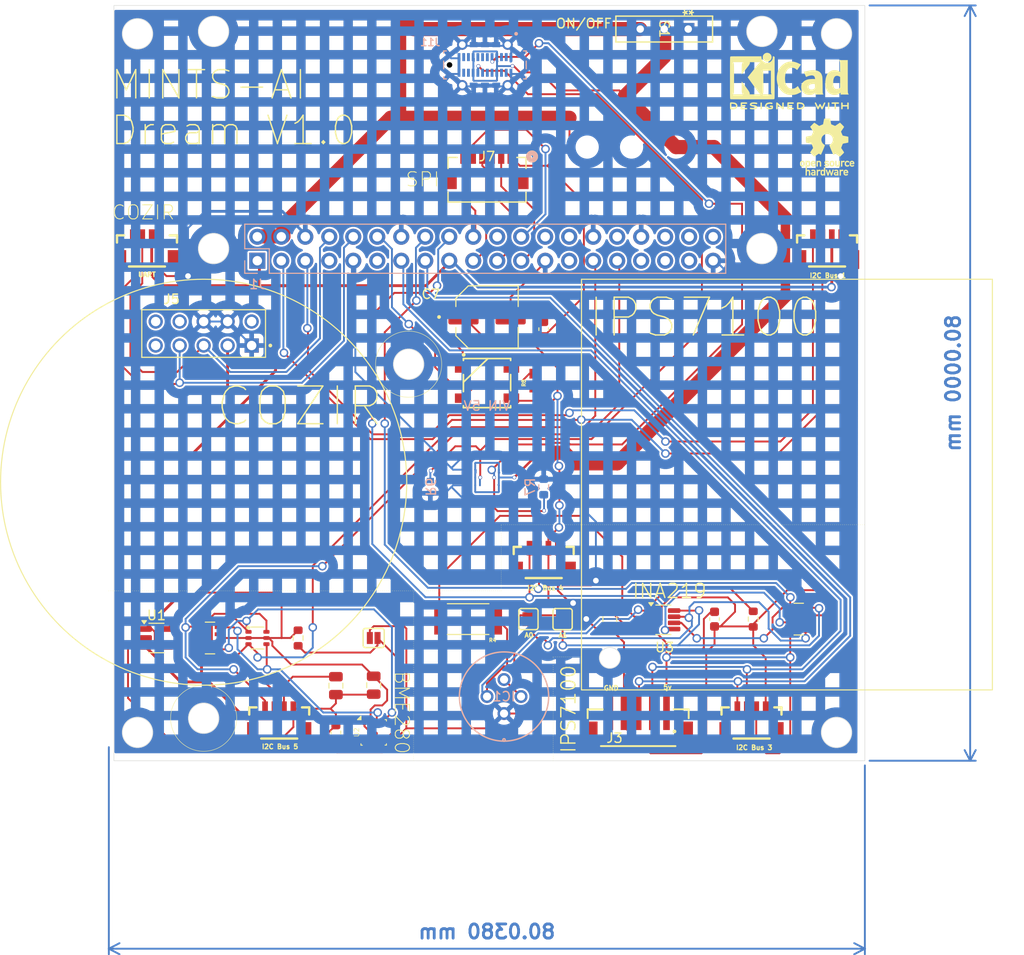
<source format=kicad_pcb>
(kicad_pcb (version 20241229) (generator "pcbnew") (generator_version "9.0")
  (title_block (title "Dream") (date "2025-08-31") (rev "1") (company "Mints-AI, University of Texas at Dallas") (comment 1 "Lakitha Wijeratne"))
  (layers (0 "F.Cu" signal) (2 "B.Cu" signal) (13 "F.Paste" user) (15 "B.Paste" user) (5 "F.SilkS" user "F.Silkscreen") (7 "B.SilkS" user "B.Silkscreen") (1 "F.Mask" user) (3 "B.Mask" user) (25 "Edge.Cuts" user))
  (net 0 "")
  (net 1 "GND")
  (net 2 "/GPIO2{slash}SDA1")
  (net 3 "/GPIO3{slash}SCL1")
  (net 4 "/GPIO4{slash}GPCLK0")
  (net 5 "/GPIO14{slash}TXD0")
  (net 6 "/GPIO15{slash}RXD0")
  (net 7 "/GPIO17")
  (net 8 "/GPIO18{slash}PCM.CLK")
  (net 9 "BME_3V3")
  (net 10 "/GPIO22{slash}SCL3")
  (net 11 "/GPIO5{slash}SDA5")
  (net 12 "/GPIO24{slash}SCL4")
  (net 13 "/GPIO27{slash}SDA3")
  (net 14 "/GPIO10{slash}SPI0.MOSI")
  (net 15 "/GPIO9{slash}SPI0.MISO")
  (net 16 "/GPIO23{slash}SDA4")
  (net 17 "/GPIO11{slash}SPI0.SCLK")
  (net 18 "/GPIO8{slash}SPI0.CE0")
  (net 19 "/GPIO7{slash}SPI0.CE1")
  (net 20 "/ID_SDA")
  (net 21 "/ID_SCL")
  (net 22 "/GPIO26{slash}SCL6")
  (net 23 "/GPIO6{slash}SCL5")
  (net 24 "/GPIO12{slash}PWM0")
  (net 25 "/GPIO13{slash}PWM1")
  (net 26 "/GPIO19{slash}PCM.FS")
  (net 27 "/GPIO16")
  (net 28 "/GPIO20{slash}PCM.DIN")
  (net 29 "/GPIO21{slash}PCM.DOUT")
  (net 30 "+5V")
  (net 31 "+3V3")
  (net 32 "/GPIO25{slash}SDA6")
  (net 35 "/BME_ADD")
  (net 36 "/BME_SCL")
  (net 37 "/BME_SDA")
  (net 46 "/INA+")
  (net 51 "/INA_ADD0")
  (net 53 "/INA_ADD1")
  (net 54 "Net-(U3-IN-)")
  (net 55 "/5V_BUS_USB")
  (net 56 "Net-(D1-DIN)")
  (net 64 "Net-(J11-CC1)")
  (net 69 "Net-(J11-CC2)")
  (footprint "679305124022:679305124022" (layer "F.Cu") (at 106 126.5 180)
    (property "Reference" "J3")
    (property "Value" "679305124022")
  )
  (footprint "SparkFun-Jumper:Jumper_2_NO" (layer "F.Cu") (at 98 115 90)
    (property "Reference" "JP3")
    (property "Value" "~")
  )
  (footprint "Package_TO_SOT_SMD:SOT-23-5" (layer "F.Cu") (at 55 117)
    (property "Reference" "U1")
    (property "Value" "AP2112K-3.3")
  )
  (footprint "Package_LGA:Bosch_LGA-8_2.5x2.5mm_P0.65mm_ClockwisePinNumbering" (layer "F.Cu") (at 78 127)
    (property "Reference" "U2")
    (property "Value" "BME280")
  )
  (footprint "SparkFun-Capacitor:C_0603_1608Metric" (layer "F.Cu") (at 96 84.28605 90)
    (property "Reference" "C6")
    (property "Value" "0.1uF")
  )
  (footprint "SparkFun-Connector:JST_SMD_1.0mm-4_Vertical_Black" (layer "F.Cu") (at 118 126 180)
    (property "Reference" "J4")
    (property "Value" "Qwiic_Vertical")
  )
  (footprint "SparkFun-Resistor:R_0603_1608Metric" (layer "F.Cu") (at 70 117 90)
    (property "Reference" "R2")
    (property "Value" "10k")
  )
  (footprint "downloaded:5013310607" (layer "F.Cu") (at 90 68.4602)
    (property "Reference" "J7")
    (property "Value" "5013310607")
  )
  (footprint "SparkFun-Capacitor:C_0805_2012Metric" (layer "F.Cu") (at 103 115 -90)
    (property "Reference" "C4")
    (property "Value" "10uF")
  )
  (footprint "SparkFun-Semiconductor-Standard:SOT-363" (layer "F.Cu") (at 65.696667 117)
    (property "Reference" "Q1")
    (property "Value" "BSS138")
  )
  (footprint "Package_TO_SOT_SMD:SOT-23-8" (layer "F.Cu") (at 108.6675 115.075)
    (property "Reference" "U3")
    (property "Value" "INA219BxDCN")
  )
  (footprint "SparkFun-Connector:JST_SMD_1.0mm-4_Vertical_Black" (layer "F.Cu") (at 68 126 180)
    (property "Reference" "J2")
    (property "Value" "Qwiic_Vertical")
  )
  (footprint "Symbol:KiCad-Logo2_5mm_SilkScreen" (layer "F.Cu") (at 122 58)
    (property "Reference" "REF**" (hide yes))
    (property "Value" "KiCad-Logo2_5mm_SilkScreen" (hide yes))
  )
  (footprint "SparkFun-Resistor:R_Array_Convex_4x0603" (layer "F.Cu") (at 123 115)
    (property "Reference" "R5")
    (property "Value" "10k")
  )
  (footprint "downloaded:M20-7830542" (layer "F.Cu") (at 60 84.75)
    (property "Reference" "J5")
    (property "Value" "M20-7830542")
  )
  (footprint "footprints2:SWITCH_NK236_APM" (layer "F.Cu") (at 111.3 52.5 -90)
    (property "Reference" "S1")
    (property "Value" "NKK236")
  )
  (footprint "SparkFun-Jumper:Jumper_2_NO" (layer "F.Cu") (at 78 117)
    (property "Reference" "JP1")
    (property "Value" "~")
  )
  (footprint "SparkFun-LED:WS2812_5050-4Pin" (layer "F.Cu") (at 90 90 180)
    (property "Reference" "D1")
    (property "Value" "WS2812B_5050")
  )
  (footprint "SparkFun-Jumper:Jumper_2_NO" (layer "F.Cu") (at 94.3864 115 90)
    (property "Reference" "JP2")
    (property "Value" "~")
  )
  (footprint "SparkFun-Connector:JST_SMD_1.0mm-4_Vertical_Black" (layer "F.Cu") (at 126 76 180)
    (property "Reference" "J9")
    (property "Value" "Qwiic_Vertical")
  )
  (footprint "SparkFun-Resistor:R_Array_Convex_4x0603" (layer "F.Cu") (at 60.673333 117)
    (property "Reference" "R1")
    (property "Value" "10k")
  )
  (footprint "downloaded:RC0603FR-07330RL" (layer "F.Cu") (at 95 89.735 90)
    (property "Reference" "R8")
    (property "Value" "RC0603FR-07330RL")
  )
  (footprint "SparkFun-Capacitor:C_0805_2012Metric" (layer "F.Cu") (at 74 122.05 -90)
    (property "Reference" "C2")
    (property "Value" "10uF")
  )
  (footprint "SparkFun-Capacitor:C_0805_2012Metric" (layer "F.Cu") (at 78 122 -90)
    (property "Reference" "C3")
    (property "Value" "10uF")
  )
  (footprint "downloaded:PT2512FK-070R1L" (layer "F.Cu") (at 88 115 180)
    (property "Reference" "R4")
    (property "Value" "PT2512FK-070R1L")
  )
  (footprint "Symbol:OSHW-Logo_5.7x6mm_SilkScreen" (layer "F.Cu") (at 126 65)
    (property "Reference" "REF**" (hide yes))
    (property "Value" "OSHW-Logo_5.7x6mm_SilkScreen" (hide yes))
  )
  (footprint "SparkFun-Capacitor:C_0603_1608Metric" (layer "F.Cu") (at 114.085 115 -90)
    (property "Reference" "C5")
    (property "Value" "0.1uF")
  )
  (footprint "SparkFun-Resistor:R_0603_1608Metric" (layer "F.Cu") (at 118.1825 115 90)
    (property "Reference" "R3")
    (property "Value" "10k")
  )
  (footprint "SparkFun-Connector:JST_SMD_1.0mm-4_Vertical_Black" (layer "F.Cu") (at 54 76 180)
    (property "Reference" "J6")
    (property "Value" "Qwiic_Vertical")
  )
  (footprint "downloaded:EEV107M010S9GAA" (layer "F.Cu") (at 90 83)
    (property "Reference" "C7")
    (property "Value" "EEV107M010S9GAA")
  )
  (footprint "SparkFun-Capacitor:C_0603_1608Metric" (layer "F.Cu") (at 74 127 90)
    (property "Reference" "C1")
    (property "Value" "0.1uF")
  )
  (footprint "SparkFun-Connector:JST_SMD_1.0mm-4_Vertical_Black" (layer "F.Cu") (at 96 109 180)
    (property "Reference" "J8")
    (property "Value" "Qwiic_Vertical")
  )
  (footprint "Connector_PinSocket_2.54mm:PinSocket_2x20_P2.54mm_Vertical" (layer "B.Cu") (at 65.68 77.04 -90)
    (property "Reference" "J1")
    (property "Value" "GPIO")
  )
  (footprint "Resistor_SMD:R_0603_1608Metric" (layer "B.Cu") (at 96 101 -90)
    (property "Reference" "R7")
    (property "Value" "RC0603FR-075K1L")
  )
  (footprint "footprints1:TGS2611-C00_FGS" (layer "B.Cu") (at 91.8 125 180)
    (property "Reference" "IC1")
    (property "Value" "TGS2611-C00")
  )
  (footprint "downloaded:RC0603N_YAG-L" (layer "B.Cu") (at 84 101 90)
    (property "Reference" "R6")
    (property "Value" "RC0603FR-075K1L")
  )
  (footprint "downloaded:10132328-10011LF" (layer "B.Cu") (at 89.78 56.3 180)
    (property "Reference" "J11")
    (property "Value" "10132328-10011LF")
    (fp_line (start 3.96 0) (end 3.54 0) (stroke (width 0.01)) (layer "Edge.Cuts"))
    (fp_circle (center 3.75 0) (end 3.48 0) (stroke (width 0.05)) (fill no) (layer "Edge.Cuts"))
  )
  (gr_line (start 62.535 86.157) (end 62.535 93.777) (stroke (width 0.3)) (layer "F.Cu") (net 31))
  (gr_rect (start 100 79) (end 143.5 122.5) (stroke (width 0.12)) (fill no) (layer "F.SilkS"))
  (gr_line (start 82.22 130) (end 82.22 112) (stroke (width 0.05) (type dot)) (layer "F.SilkS"))
  (gr_circle (center 81.7 88) (end 85.2 88) (stroke (width 0.05)) (fill no) (layer "F.SilkS"))
  (gr_line (start 49.962 112) (end 91.5 112) (stroke (width 0.05) (type dot)) (layer "F.SilkS"))
  (gr_line (start 97 130) (end 97 119) (stroke (width 0.05) (type dot)) (layer "F.SilkS"))
  (gr_line (start 91.5 112) (end 91.5 105) (stroke (width 0.05) (type dot)) (layer "F.SilkS"))
  (gr_line (start 91.5 105) (end 130 105) (stroke (width 0.05) (type dot)) (layer "F.SilkS"))
  (gr_circle (center 60 100.5) (end 81.5 100.5) (stroke (width 0.12)) (fill no) (layer "F.SilkS"))
  (gr_line (start 97 119) (end 100 119) (stroke (width 0.05) (type dot)) (layer "F.SilkS"))
  (gr_circle (center 60 125.5) (end 63.5 125.5) (stroke (width 0.05)) (fill no) (layer "F.SilkS"))
  (gr_circle (center 119.1 75.75) (end 120.7 75.75) (stroke (width 0.05)) (fill no) (layer "Edge.Cuts"))
  (gr_circle (center 127 127) (end 128.6 127) (stroke (width 0.05)) (fill no) (layer "Edge.Cuts"))
  (gr_circle (center 119.1 52.75) (end 120.7 52.75) (stroke (width 0.05)) (fill no) (layer "Edge.Cuts"))
  (gr_circle (center 103 119.1) (end 104.1 119.1) (stroke (width 0.05)) (fill no) (layer "Edge.Cuts"))
  (gr_circle (center 60 125.5) (end 61.6 125.5) (stroke (width 0.05)) (fill no) (layer "Edge.Cuts"))
  (gr_circle (center 53 53) (end 54.6 53) (stroke (width 0.05)) (fill no) (layer "Edge.Cuts"))
  (gr_circle (center 61.05 52.75) (end 62.65 52.75) (stroke (width 0.05)) (fill no) (layer "Edge.Cuts"))
  (gr_circle (center 61.05 75.75) (end 62.65 75.75) (stroke (width 0.05)) (fill no) (layer "Edge.Cuts"))
  (gr_circle (center 53 127) (end 54.6 127) (stroke (width 0.05)) (fill no) (layer "Edge.Cuts"))
  (gr_circle (center 127 53) (end 128.6 53) (stroke (width 0.05)) (fill no) (layer "Edge.Cuts"))
  (gr_circle (center 81.7 88) (end 83.3 88) (stroke (width 0.05)) (fill no) (layer "Edge.Cuts"))
  (gr_rect (start 50.5 50) (end 130 130) (stroke (width 0.05)) (fill no) (layer "Edge.Cuts"))
  (gr_text "I2C Bus 5" (at 66.1 128.8 0) (layer "F.SilkS") (effects (font (size 0.5 0.5) (thickness 0.125)) (justify left bottom)))
  (gr_text "5v" (at 108.6 122.5 0) (layer "F.SilkS") (effects (font (size 0.5 0.5) (thickness 0.125)) (justify left bottom)))
  (gr_text "BME280" (at 80.1 120.4 270) (layer "F.SilkS") (effects (font (size 1.5 1.5) (thickness 0.1)) (justify left bottom)))
  (gr_text "." (at 108.7 122.7 0) (layer "F.SilkS") (effects (font (size 1 1) (thickness 0.125)) (justify left bottom)))
  (gr_text "COZIR" (at 50.2 72.8 0) (layer "F.SilkS") (effects (font (size 1.5 1.5) (thickness 0.1)) (justify left bottom)))
  (gr_text "IPS7100" (at 100.5 85.4 0) (layer "F.SilkS") (effects (font (size 4 4)) (justify left bottom)))
  (gr_text "INA219" (at 105.3 112.9 0) (layer "F.SilkS") (effects (font (size 1.5 1.5)) (justify left bottom)))
  (gr_text "ON/OFF" (at 97.206 52.502 0) (layer "F.SilkS") (effects (font (size 1 1)) (justify left bottom)))
  (gr_text "A1" (at 97.5 117 0) (layer "F.SilkS") (effects (font (size 0.5 0.5) (thickness 0.125) (bold yes)) (justify left bottom)))
  (gr_text "I2C Bus 3" (at 116.3 128.9 0) (layer "F.SilkS") (effects (font (size 0.5 0.5) (thickness 0.125)) (justify left bottom)))
  (gr_text "MINTS-AI\nDream V1.0" (at 50 65 0) (layer "F.SilkS") (effects (font (size 3 3)) (justify left bottom)))
  (gr_text "IPS7100" (at 99.5 129.3 90) (layer "F.SilkS") (effects (font (size 1.5 1.5)) (justify left bottom)))
  (gr_text "GND" (at 102.3 122.6 0) (layer "F.SilkS") (effects (font (size 0.5 0.5) (thickness 0.125)) (justify left bottom)))
  (gr_text "SPI" (at 81.3 69.3 0) (layer "F.SilkS") (effects (font (size 1.5 1.5) (thickness 0.1)) (justify left bottom)))
  (gr_text "I2C Bus 4" (at 94.2 112 0) (layer "F.SilkS") (effects (font (size 0.5 0.5) (thickness 0.125)) (justify left bottom)))
  (gr_text "UART" (at 53 78.8 0) (layer "F.SilkS") (effects (font (size 0.5 0.5) (thickness 0.125)) (justify left bottom)))
  (gr_text "COZIR" (at 61.1 94.8 0) (layer "F.SilkS") (effects (font (size 4 4)) (justify left bottom)))
  (gr_text "A0" (at 93.9 117 0) (layer "F.SilkS") (effects (font (size 0.5 0.5) (thickness 0.125)) (justify left bottom)))
  (gr_text "I2C Bus 1" (at 124.1 78.9 0) (layer "F.SilkS") (effects (font (size 0.5 0.5) (thickness 0.125)) (justify left bottom)))
  (gr_text "VIN 5V" (at 90 93 0) (layer "B.SilkS") (effects (font (size 1 1)) (justify bottom mirror)))
  (dimension (type orthogonal) (layer "B.Cu") (pts (xy 130 130) (xy 130 50)) (height 11.148) (orientation 1) (format (prefix "") (suffix "") (units 3) (units_format 1) (precision 4)) (style (thickness 0.2) (arrow_length 1.27) (text_position_mode 0) (arrow_direction outward) (extension_height 0.58642) (extension_offset 0.5) (keep_text_aligned yes)) (gr_text "80.0000 mm" (at 139.348 90 90) (layer "B.Cu") (effects (font (size 1.5 1.5) (thickness 0.3)) (justify mirror))))
  (dimension (type orthogonal) (layer "B.Cu") (pts (xy 49.962 128.067) (xy 130 130)) (height 21.844) (orientation 0) (format (prefix "") (suffix "") (units 3) (units_format 1) (precision 4)) (style (thickness 0.2) (arrow_length 1.27) (text_position_mode 0) (arrow_direction outward) (extension_height 0.58642) (extension_offset 0.5) (keep_text_aligned yes)) (gr_text "80.0380 mm" (at 89.981 148.111 0) (layer "B.Cu") (effects (font (size 1.5 1.5) (thickness 0.3)) (justify mirror))))
  (segment (start 74 125.054) (end 73.435 124.489) (width 0.2) (layer "F.Cu") (net 1))
  (segment (start 84.76 83.998) (end 84.76 81.712) (width 0.2) (layer "F.Cu") (net 1))
  (segment (start 98.822 113.3) (end 97.5 111.978) (width 0.2) (layer "F.Cu") (net 1))
  (segment (start 127.5 78.596) (end 127.432 78.664) (width 0.2) (layer "F.Cu") (net 1))
  (segment (start 125.4 111.938) (end 121.7805 111.938) (width 0.2) (layer "F.Cu") (net 1))
  (segment (start 103 115.95) (end 104.32 117.27) (width 0.2) (layer "F.Cu") (net 1))
  (segment (start 97.5 111.978) (end 97.5 111.43) (width 0.2) (layer "F.Cu") (net 1))
  (segment (start 84.76 81.712) (end 85.014 81.458) (width 0.2) (layer "F.Cu") (net 1))
  (segment (start 121.7805 111.938) (end 118.1825 115.536) (width 0.2) (layer "F.Cu") (net 1))
  (segment (start 113.208 118.542) (end 114.085 117.665) (width 0.2) (layer "F.Cu") (net 1))
  (segment (start 103 124.95) (end 104.5 124.95) (width 0.2) (layer "F.Cu") (net 1))
  (segment (start 69.5 126.436) (end 66.98 128.956) (width 0.2) (layer "F.Cu") (net 1))
  (segment (start 77.5936 117) (end 77.5936 116.165) (width 0.2) (layer "F.Cu") (net 1))
  (segment (start 74 123.924) (end 74 123) (width 0.2) (layer "F.Cu") (net 1))
  (segment (start 69.5 124.489) (end 69.5 126.436) (width 0.2) (layer "F.Cu") (net 1))
  (segment (start 51.994 117.78) (end 52.774 117) (width 0.2) (layer "F.Cu") (net 1))
  (segment (start 92.495 81.585) (end 92.495 83) (width 0.2) (layer "F.Cu") (net 1))
  (segment (start 101.524 110.922) (end 101.016 111.43) (width 0.2) (layer "F.Cu") (net 1))
  (segment (start 102.95 125) (end 103 124.95) (width 0.2) (layer "F.Cu") (net 1))
  (segment (start 90.231 126.569) (end 81.458 126.569) (width 0.2) (layer "F.Cu") (net 1))
  (segment (start 78.0106 115.748) (end 81.204 115.748) (width 0.2) (layer "F.Cu") (net 1))
  (segment (start 126.416 113.716) (end 126.416 112.954) (width 0.2) (layer "F.Cu") (net 1))
  (segment (start 96.38 77) (end 92.495 80.885) (width 0.2) (layer "F.Cu") (net 1))
  (segment (start 77.025 126.352) (end 77.025 125.975) (width 0.2) (layer "F.Cu") (net 1))
  (segment (start 73.435 124.489) (end 74 123.924) (width 0.2) (layer "F.Cu") (net 1))
  (segment (start 91.8 125) (end 90.231 126.569) (width 0.2) (layer "F.Cu") (net 1))
  (segment (start 104.5 124.95) (end 104.5 117.45) (width 0.2) (layer "F.Cu") (net 1))
  (segment (start 116.256 113.462) (end 115.494 112.7) (width 0.2) (layer "F.Cu") (net 1))
  (segment (start 97.5 111.43) (end 97.5 107.489) (width 0.2) (layer "F.Cu") (net 1))
  (segment (start 104.5 126.4) (end 107.31 129.21) (width 0.2) (layer "F.Cu") (net 1))
  (segment (start 115.494 112.7) (end 109.398 112.7) (width 0.2) (layer "F.Cu") (net 1))
  (segment (start 127.5 74.489) (end 127.5 78.596) (width 0.2) (layer "F.Cu") (net 1))
  (segment (start 123.9 115.4) (end 123.9 114.6) (width 0.2) (layer "F.Cu") (net 1))
  (segment (start 58.344 78.664) (end 56.058 78.664) (width 0.2) (layer "F.Cu") (net 1))
  (segment (start 74 126.225) (end 74 125.054) (width 0.2) (layer "F.Cu") (net 1))
  (segment (start 113.208 128.702) (end 113.208 118.542) (width 0.2) (layer "F.Cu") (net 1))
  (segment (start 77.95 123) (end 78 122.95) (width 0.2) (layer "F.Cu") (net 1))
  (segment (start 126.416 112.954) (end 125.4 111.938) (width 0.2) (layer "F.Cu") (net 1))
  (segment (start 108.192499 115.4) (end 107.53 115.4) (width 0.2) (layer "F.Cu") (net 1))
  (segment (start 103 115.95) (end 101.472 115.95) (width 0.2) (layer "F.Cu") (net 1))
  (segment (start 91.8 125) (end 102.95 125) (width 0.2) (layer "F.Cu") (net 1))
  (segment (start 109.398 112.7) (end 108.4935 113.6045) (width 0.2) (layer "F.Cu") (net 1))
  (segment (start 92.495 83) (end 95.48895 83) (width 0.2) (layer "F.Cu") (net 1))
  (segment (start 87.423 88.4) (end 87.423 86.661) (width 0.2) (layer "F.Cu") (net 1))
  (segment (start 77.025 125.975) (end 74.25 125.975) (width 0.2) (layer "F.Cu") (net 1))
  (segment (start 55.5 78.106) (end 55.5 74.489) (width 0.2) (layer "F.Cu") (net 1))
  (segment (start 77.675 127.002) (end 77.025 126.352) (width 0.2) (layer "F.Cu") (net 1))
  (segment (start 57.582 128.956) (end 51.994 123.368) (width 0.2) (layer "F.Cu") (net 1))
  (segment (start 73.224 127.001) (end 74 126.225) (width 0.2) (layer "F.Cu") (net 1))
  (segment (start 104.5 124.95) (end 104.5 126.4) (width 0.2) (layer "F.Cu") (net 1))
  (segment (start 77.5936 116.165) (end 78.0106 115.748) (width 0.2) (layer "F.Cu") (net 1))
  (segment (start 80.315 115.748) (end 81.204 115.748) (width 0.2) (layer "F.Cu") (net 1))
  (segment (start 101.472 115.95) (end 100.508 114.986) (width 0.2) (layer "F.Cu") (net 1))
  (segment (start 118.1825 115.825) (end 117.857 115.825) (width 0.2) (layer "F.Cu") (net 1))
  (segment (start 114.705 115.775) (end 116.256 114.224) (width 0.2) (layer "F.Cu") (net 1))
  (segment (start 114.085 117.665) (end 114.085 115.775) (width 0.2) (layer "F.Cu") (net 1))
  (segment (start 56.058 78.664) (end 55.5 78.106) (width 0.2) (layer "F.Cu") (net 1))
  (segment (start 88.76 74.46) (end 88.76 71.742) (width 0.2) (layer "F.Cu") (net 1))
  (segment (start 119.5 124.489) (end 119.5 119.0975) (width 0.2) (layer "F.Cu") (net 1))
  (segment (start 107.31 129.21) (end 112.7 129.21) (width 0.2) (layer "F.Cu") (net 1))
  (segment (start 123.9 114.6) (end 125.532 114.6) (width 0.2) (layer "F.Cu") (net 1))
  (segment (start 87.423 86.661) (end 84.76 83.998) (width 0.2) (layer "F.Cu") (net 1))
  (segment (start 78.924 129.103) (end 74.10289 129.103) (width 0.2) (layer "F.Cu") (net 1))
  (segment (start 73.224 128.22411) (end 73.224 127.001) (width 0.2) (layer "F.Cu") (net 1))
  (segment (start 99.111 113.3) (end 98.822 113.3) (width 0.2) (layer "F.Cu") (net 1))
  (segment (start 125.532 114.6) (end 126.416 113.716) (width 0.2) (layer "F.Cu") (net 1))
  (segment (start 104.5 117.45) (end 104.32 117.27) (width 0.2) (layer "F.Cu") (net 1))
  (segment (start 74.25 125.975) (end 74 126.225) (width 0.2) (layer "F.Cu") (net 1))
  (segment (start 85.014 81.458) (end 92.368 81.458) (width 0.2) (layer "F.Cu") (net 1))
  (segment (start 73.435 124.489) (end 72.511 124.489) (width 0.2) (layer "F.Cu") (net 1))
  (segment (start 117.857 115.825) (end 117.807 115.775) (width 0.2) (layer "F.Cu") (net 1))
  (segment (start 52.774 117) (end 53.8625 117) (width 0.2) (layer "F.Cu") (net 1))
  (segment (start 116.256 114.224) (end 116.256 113.462) (width 0.2) (layer "F.Cu") (net 1))
  (segment (start 69.5 124.489) (end 72.511 124.489) (width 0.2) (layer "F.Cu") (net 1))
  (segment (start 118.1825 117.78) (end 118.1825 115.825) (width 0.2) (layer "F.Cu") (net 1))
  (segment (start 112.7 129.21) (end 113.208 128.702) (width 0.2) (layer "F.Cu") (net 1))
  (segment (start 87.5 70.482) (end 87.5 66) (width 0.2) (layer "F.Cu") (net 1))
  (segment (start 51.994 123.368) (end 51.994 117.78) (width 0.2) (layer "F.Cu") (net 1))
  (segment (start 81.458 126.569) (end 78.924 129.103) (width 0.2) (layer "F.Cu") (net 1))
  (segment (start 81.458 116.002) (end 81.458 126.569) (width 0.2) (layer "F.Cu") (net 1))
  (segment (start 108.4935 113.6045) (end 108.4935 115.098999) (width 0.2) (layer "F.Cu") (net 1))
  (segment (start 108.4935 115.098999) (end 108.192499 115.4) (width 0.2) (layer "F.Cu") (net 1))
  (segment (start 77.675 128.025) (end 77.675 127.002) (width 0.2) (layer "F.Cu") (net 1))
  (segment (start 92.368 81.458) (end 92.495 81.585) (width 0.2) (layer "F.Cu") (net 1))
  (segment (start 74 123) (end 77.95 123) (width 0.2) (layer "F.Cu") (net 1))
  (segment (start 117.807 115.775) (end 114.085 115.775) (width 0.2) (layer "F.Cu") (net 1))
  (segment (start 74.10289 129.103) (end 73.224 128.22411) (width 0.2) (layer "F.Cu") (net 1))
  (segment (start 119.5 119.0975) (end 118.1825 117.78) (width 0.2) (layer "F.Cu") (net 1))
  (segment (start 81.204 115.748) (end 81.458 116.002) (width 0.2) (layer "F.Cu") (net 1))
  (segment (start 101.016 111.43) (end 97.5 111.43) (width 0.2) (layer "F.Cu") (net 1))
  (segment (start 88.76 71.742) (end 87.5 70.482) (width 0.2) (layer "F.Cu") (net 1))
  (segment (start 95.48895 83) (end 96 83.51105) (width 0.2) (layer "F.Cu") (net 1))
  (segment (start 92.495 80.885) (end 92.495 81.585) (width 0.2) (layer "F.Cu") (net 1))
  (segment (start 118.1825 115.536) (end 118.1825 115.825) (width 0.2) (layer "F.Cu") (net 1))
  (segment (start 66.98 128.956) (end 57.582 128.956) (width 0.2) (layer "F.Cu") (net 1))
  (segment (start 114.085 115.775) (end 114.705 115.775) (width 0.2) (layer "F.Cu") (net 1))
  (via (at 101.524 110.922) (size 0.9) (drill 0.6) (layers "F.Cu" "B.Cu") (net 1))
  (via (at 58.344 78.664) (size 0.9) (drill 0.6) (layers "F.Cu" "B.Cu") (net 1))
  (via (at 127.432 78.664) (size 0.9) (drill 0.6) (layers "F.Cu" "B.Cu") (net 1))
  (via (at 99.111 113.3) (size 0.9) (drill 0.6) (layers "F.Cu" "B.Cu") (net 1))
  (via (at 100.508 114.986) (size 0.9) (drill 0.6) (layers "F.Cu" "B.Cu") (net 1))
  (segment (start 94.015 56.985) (end 94.2481 56.7519) (width 0.2) (layer "B.Cu") (net 1))
  (segment (start 86.4 100.83) (end 86.23 101) (width 0.2) (layer "B.Cu") (net 1))
  (segment (start 92.555 55.595) (end 92.555 54.625) (width 0.2) (layer "B.Cu") (net 1))
  (segment (start 87.185 54.275) (end 86.035 55.425) (width 0.2) (layer "B.Cu") (net 1))
  (segment (start 93.77 99) (end 94.21 99.44) (width 0.2) (layer "B.Cu") (net 1))
  (segment (start 87.185 58.575) (end 86.035 57.425) (width 0.2) (layer "B.Cu") (net 1))
  (segment (start 92.555 58.225) (end 92.205 58.575) (width 0.2) (layer "B.Cu") (net 1))
  (segment (start 114.16 77) (end 115.824 78.664) (width 0.2) (layer "B.Cu") (net 1))
  (segment (start 58.344 81.824) (end 60 83.48) (width 0.2) (layer "B.Cu") (net 1))
  (segment (start 84.125 96.825) (end 84.125 96.895) (width 0.2) (layer "B.Cu") (net 1))
  (segment (start 93.575 55.425) (end 93.355 55.425) (width 0.2) (layer "B.Cu") (net 1))
  (segment (start 86.035 55.425) (end 86.035 55.355) (width 0.2) (layer "B.Cu") (net 1))
  (segment (start 92.555 54.625) (end 92.205 54.275) (width 0.2) (layer "B.Cu") (net 1))
  (segment (start 92.75 100.83) (end 93.6 100.83) (width 0.2) (layer "B.Cu") (net 1))
  (segment (start 87.6 102.15) (end 87.38 102.15) (width 0.2) (layer "B.Cu") (net 1))
  (segment (start 93.575 55.425) (end 94.015 55.865) (width 0.2) (layer "B.Cu") (net 1))
  (segment (start 87.25 100.83) (end 86.4 100.83) (width 0.2) (layer "B.Cu") (net 1))
  (segment (start 94.015 56.985) (end 93.575 57.425) (width 0.2) (layer "B.Cu") (net 1))
  (segment (start 94.21 100.56) (end 93.77 101) (width 0.2) (layer "B.Cu") (net 1))
  (segment (start 84 96.95) (end 84.125 96.825) (width 0.2) (layer "B.Cu") (net 1))
  (segment (start 92.75 99.17) (end 92.75 98.2) (width 0.2) (layer "B.Cu") (net 1))
  (segment (start 93.355 55.425) (end 92.205 54.275) (width 0.2) (layer "B.Cu") (net 1))
  (segment (start 101.524 104.6891) (end 101.524 110.922) (width 0.2) (layer "B.Cu") (net 1))
  (segment (start 87.405 54.275) (end 87.185 54.275) (width 0.2) (layer "B.Cu") (net 1))
  (segment (start 115.824 78.664) (end 127.432 78.664) (width 0.2) (layer "B.Cu") (net 1))
  (segment (start 92.555 57.255) (end 92.555 58.225) (width 0.2) (layer "B.Cu") (net 1))
  (segment (start 67.8 102.98) (end 70.2 102.98) (width 0.2) (layer "B.Cu") (net 1))
  (segment (start 92.75 100.83) (end 92.75 101.8) (width 0.2) (layer "B.Cu") (net 1))
  (segment (start 87.405 54.275) (end 92.205 54.275) (width 0.2) (layer "B.Cu") (net 1))
  (segment (start 87.405 58.575) (end 87.185 58.575) (width 0.2) (layer "B.Cu") (net 1))
  (segment (start 92.425 58.575) (end 93.575 57.425) (width 0.2) (layer "B.Cu") (net 1))
  (segment (start 93.77 99) (end 93.55 99) (width 0.2) (layer "B.Cu") (net 1))
  (segment (start 92.205 58.575) (end 92.425 58.575) (width 0.2) (layer "B.Cu") (net 1))
  (segment (start 92.75 101.8) (end 92.4 102.15) (width 0.2) (layer "B.Cu") (net 1))
  (segment (start 86.23 101) (end 85.4553 101.7747) (width 0.2) (layer "B.Cu") (net 1))
  (segment (start 96 100.3269) (end 97.1618 100.3269) (width 0.2) (layer "B.Cu") (net 1))
  (segment (start 87.055 57.255) (end 86.205 57.255) (width 0.2) (layer "B.Cu") (net 1))
  (segment (start 86.4 99.17) (end 86.23 99) (width 0.2) (layer "B.Cu") (net 1))
  (segment (start 68.326 71.806) (end 60.122 71.806) (width 0.3) (layer "B.Cu") (net 1))
  (segment (start 87.25 99.17) (end 86.4 99.17) (width 0.2) (layer "B.Cu") (net 1))
  (segment (start 70.98 74.46) (end 68.326 71.806) (width 0.3) (layer "B.Cu") (net 1))
  (segment (start 94.21 99.44) (end 94.21 100.56) (width 0.2) (layer "B.Cu") (net 1))
  (segment (start 92.555 57.255) (end 93.405 57.255) (width 0.2) (layer "B.Cu") (net 1))
  (segment (start 92.4 102.15) (end 92.62 102.15) (width 0.2) (layer "B.Cu") (net 1))
  (segment (start 92.75 98.2) (end 92.4 97.85) (width 0.2) (layer "B.Cu") (net 1))
  (segment (start 86.205 57.255) (end 86.035 57.425) (width 0.2) (layer "B.Cu") (net 1))
  (segment (start 93.6 100.83) (end 93.77 101) (width 0.2) (layer "B.Cu") (net 1))
  (segment (start 99.111 113.589) (end 100.508 114.986) (width 0.2) (layer "B.Cu") (net 1))
  (segment (start 58.344 73.584) (end 60.122 71.806) (width 0.2) (layer "B.Cu") (net 1))
  (segment (start 65.08 86.02) (end 62.54 83.48) (width 0.2) (layer "B.Cu") (net 1))
  (segment (start 93.405 57.255) (end 93.575 57.425) (width 0.2) (layer "B.Cu") (net 1))
  (segment (start 99.111 113.3) (end 99.111 113.589) (width 0.2) (layer "B.Cu") (net 1))
  (segment (start 86.23 99) (end 76.06 88.83) (width 0.2) (layer "B.Cu") (net 1))
  (segment (start 87.6 97.85) (end 87.38 97.85) (width 0.2) (layer "B.Cu") (net 1))
  (segment (start 97.1618 100.3269) (end 101.524 104.6891) (width 0.2) (layer "B.Cu") (net 1))
  (segment (start 76.06 88.83) (end 76.06 77) (width 0.2) (layer "B.Cu") (net 1))
  (segment (start 62.54 83.48) (end 60 83.48) (width 0.2) (layer "B.Cu") (net 1))
  (segment (start 92.205 58.575) (end 87.405 58.575) (width 0.2) (layer "B.Cu") (net 1))
  (segment (start 86.205 55.595) (end 86.035 55.425) (width 0.2) (layer "B.Cu") (net 1))
  (segment (start 92.4 102.15) (end 87.6 102.15) (width 0.2) (layer "B.Cu") (net 1))
  (segment (start 93.55 99) (end 92.4 97.85) (width 0.2) (layer "B.Cu") (net 1))
  (segment (start 85.4553 101.7747) (end 84 101.7747) (width 0.2) (layer "B.Cu") (net 1))
  (segment (start 92.62 102.15) (end 93.77 101) (width 0.2) (layer "B.Cu") (net 1))
  (segment (start 86.23 99) (end 86.23 98.93) (width 0.2) (layer "B.Cu") (net 1))
  (segment (start 94.21 100.56) (end 94.4431 100.3269) (width 0.2) (layer "B.Cu") (net 1))
  (segment (start 94.015 55.865) (end 94.015 56.985) (width 0.2) (layer "B.Cu") (net 1))
  (segment (start 58.344 78.664) (end 58.344 73.584) (width 0.2) (layer "B.Cu") (net 1))
  (segment (start 87.38 97.85) (end 86.23 99) (width 0.2) (layer "B.Cu") (net 1))
  (segment (start 58.344 78.664) (end 58.344 81.824) (width 0.2) (layer "B.Cu") (net 1))
  (segment (start 94.4431 100.3269) (end 96 100.3269) (width 0.2) (layer "B.Cu") (net 1))
  (segment (start 87.6 97.85) (end 92.4 97.85) (width 0.2) (layer "B.Cu") (net 1))
  (segment (start 87.055 55.595) (end 86.205 55.595) (width 0.2) (layer "B.Cu") (net 1))
  (segment (start 87.38 102.15) (end 86.23 101) (width 0.2) (layer "B.Cu") (net 1))
  (segment (start 77.648 95.936) (end 84.252 95.936) (width 0.2) (layer "F.Cu") (net 2))
  (segment (start 68.504 86.792) (end 77.648 95.936) (width 0.2) (layer "F.Cu") (net 2))
  (segment (start 84.252 95.936) (end 86.284 93.904) (width 0.2) (layer "F.Cu") (net 2))
  (segment (start 120.828 97.46) (end 125.5 92.788) (width 0.2) (layer "F.Cu") (net 2))
  (segment (start 100 93.904) (end 99.977669 93.881669) (width 0.2) (layer "F.Cu") (net 2))
  (segment (start 125.5 92.788) (end 125.5 74.489) (width 0.2) (layer "F.Cu") (net 2))
  (segment (start 108.89 97.46) (end 120.828 97.46) (width 0.2) (layer "F.Cu") (net 2))
  (segment (start 86.284 93.904) (end 100 93.904) (width 0.2) (layer "F.Cu") (net 2))
  (via (at 99.977669 93.881669) (size 0.9) (drill 0.6) (layers "F.Cu" "B.Cu") (net 2))
  (via (at 68.504 86.792) (size 0.9) (drill 0.6) (layers "F.Cu" "B.Cu") (net 2))
  (via (at 108.89 97.46) (size 0.9) (drill 0.6) (layers "F.Cu" "B.Cu") (net 2))
  (segment (start 68.44 77) (end 68.44 86.728) (width 0.2) (layer "B.Cu") (net 2))
  (segment (start 105.311669 93.881669) (end 108.89 97.46) (width 0.2) (layer "B.Cu") (net 2))
  (segment (start 68.44 86.728) (end 68.504 86.792) (width 0.2) (layer "B.Cu") (net 2))
  (segment (start 99.977669 93.881669) (end 105.311669 93.881669) (width 0.2) (layer "B.Cu") (net 2))
  (segment (start 86.00045 93.396) (end 98.73 93.396) (width 0.2) (layer "F.Cu") (net 3))
  (segment (start 83.96845 95.428) (end 86.00045 93.396) (width 0.2) (layer "F.Cu") (net 3))
  (segment (start 71.044 88.57) (end 77.902 95.428) (width 0.2) (layer "F.Cu") (net 3))
  (segment (start 71.044 84.252) (end 71.044 88.57) (width 0.2) (layer "F.Cu") (net 3))
  (segment (start 98.73 93.396) (end 98.73 93.154) (width 0.2) (layer "F.Cu") (net 3))
  (segment (start 121.06 96.19) (end 124.5 92.75) (width 0.2) (layer "F.Cu") (net 3))
  (segment (start 124.5 92.75) (end 124.5 74.489) (width 0.2) (layer "F.Cu") (net 3))
  (segment (start 70.98 84.188) (end 71.044 84.252) (width 0.2) (layer "F.Cu") (net 3))
  (segment (start 108.89 96.19) (end 121.06 96.19) (width 0.2) (layer "F.Cu") (net 3))
  (segment (start 77.902 95.428) (end 83.96845 95.428) (width 0.2) (layer "F.Cu") (net 3))
  (via (at 70.98 84.188) (size 0.9) (drill 0.6) (layers "F.Cu" "B.Cu") (net 3))
  (via (at 98.73 93.154) (size 0.9) (drill 0.6) (layers "F.Cu" "B.Cu") (net 3))
  (via (at 108.89 96.19) (size 0.9) (drill 0.6) (layers "F.Cu" "B.Cu") (net 3))
  (segment (start 98.996 92.888) (end 105.588 92.888) (width 0.2) (layer "B.Cu") (net 3))
  (segment (start 71.044 84.252) (end 70.98 84.188) (width 0.2) (layer "B.Cu") (net 3))
  (segment (start 105.588 92.888) (end 108.89 96.19) (width 0.2) (layer "B.Cu") (net 3))
  (segment (start 98.73 93.154) (end 98.996 92.888) (width 0.2) (layer "B.Cu") (net 3))
  (segment (start 70.98 77) (end 70.98 84.188) (width 0.2) (layer "B.Cu") (net 3))
  (segment (start 52.248 87.554) (end 53.518 88.824) (width 0.2) (layer "F.Cu") (net 5))
  (segment (start 52.248 80.696) (end 52.248 87.554) (width 0.2) (layer "F.Cu") (net 5))
  (segment (start 53.5 74.489) (end 53.5 79.444) (width 0.2) (layer "F.Cu") (net 5))
  (segment (start 53.518 88.824) (end 57.196 88.824) (width 0.2) (layer "F.Cu") (net 5))
  (segment (start 57.196 88.824) (end 60 86.02) (width 0.2) (layer "F.Cu") (net 5))
  (segment (start 53.5 79.444) (end 52.248 80.696) (width 0.2) (layer "F.Cu") (net 5))
  (segment (start 62.804 88.824) (end 60 86.02) (width 0.2) (layer "B.Cu") (net 5))
  (segment (start 72.314 75.666) (end 72.314 85.268) (width 0.2) (layer "B.Cu") (net 5))
  (segment (start 72.314 85.268) (end 68.758 88.824) (width 0.2) (layer "B.Cu") (net 5))
  (segment (start 73.52 74.46) (end 72.314 75.666) (width 0.2) (layer "B.Cu") (net 5))
  (segment (start 68.758 88.824) (end 62.804 88.824) (width 0.2) (layer "B.Cu") (net 5))
  (segment (start 51.232 80.188) (end 52.5 78.92) (width 0.2) (layer "F.Cu") (net 6))
  (segment (start 52.5 78.92) (end 52.5 74.489) (width 0.2) (layer "F.Cu") (net 6))
  (segment (start 53.264 90.094) (end 51.232 88.062) (width 0.2) (layer "F.Cu") (net 6))
  (segment (start 51.232 88.062) (end 51.232 80.188) (width 0.2) (layer "F.Cu") (net 6))
  (segment (start 57.46 89.962) (end 57.328 90.094) (width 0.2) (layer "F.Cu") (net 6))
  (segment (start 57.328 90.094) (end 53.264 90.094) (width 0.2) (layer "F.Cu") (net 6))
  (via (at 57.46 89.962) (size 0.9) (drill 0.6) (layers "F.Cu" "B.Cu") (net 6))
  (segment (start 70.414 89.962) (end 57.46 89.962) (width 0.2) (layer "B.Cu") (net 6))
  (segment (start 57.46 89.962) (end 57.46 86.02) (width 0.2) (layer "B.Cu") (net 6))
  (segment (start 74.854 85.522) (end 70.414 89.962) (width 0.2) (layer "B.Cu") (net 6))
  (segment (start 74.854 75.666) (end 74.854 85.522) (width 0.2) (layer "B.Cu") (net 6))
  (segment (start 76.06 74.46) (end 74.854 75.666) (width 0.2) (layer "B.Cu") (net 6))
  (segment (start 84.506 88.316) (end 84.506 86.538) (width 0.2) (layer "F.Cu") (net 8))
  (segment (start 93.65 89.84) (end 86.03 89.84) (width 0.2) (layer "F.Cu") (net 8))
  (segment (start 84.506 86.538) (end 81.712 83.744) (width 0.2) (layer "F.Cu") (net 8))
  (segment (start 95 89) (end 94.49 89) (width 0.2) (layer "F.Cu") (net 8))
  (segment (start 86.03 89.84) (end 84.506 88.316) (width 0.2) (layer "F.Cu") (net 8))
  (segment (start 94.49 89) (end 93.65 89.84) (width 0.2) (layer "F.Cu") (net 8))
  (via (at 81.712 83.744) (size 0.9) (drill 0.6) (layers "F.Cu" "B.Cu") (net 8))
  (segment (start 79.934 75.794) (end 78.6 74.46) (width 0.2) (layer "B.Cu") (net 8))
  (segment (start 81.712 83.744) (end 79.934 81.966) (width 0.2) (layer "B.Cu") (net 8))
  (segment (start 79.934 81.966) (end 79.934 75.794) (width 0.2) (layer "B.Cu") (net 8))
  (segment (start 68.25 117) (end 69.175 117) (width 0.2) (layer "F.Cu") (net 9))
  (segment (start 67.272667 117.38113) (end 67.040537 117.149) (width 0.2) (layer "F.Cu") (net 9))
  (segment (start 77.025 128.563) (end 76.886 128.702) (width 0.2) (layer "F.Cu") (net 9))
  (segment (start 78.113925 124.141) (end 78.907 124.141) (width 0.2) (layer "F.Cu") (net 9))
  (segment (start 77.675 126.423) (end 77.675 125.975) (width 0.2) (layer "F.Cu") (net 9))
  (segment (start 78.325 128.279) (end 78.325 128.025) (width 0.2) (layer "F.Cu") (net 9))
  (segment (start 68.25 117) (end 68.25 112.954) (width 0.2) (layer "F.Cu") (net 9))
  (segment (start 78.907 124.141) (end 79.426 123.622) (width 0.2) (layer "F.Cu") (net 9))
  (segment (start 78 121.05) (end 76.762 119.812) (width 0.2) (layer "F.Cu") (net 9))
  (segment (start 77.675 125.204075) (end 77.674 125.203075) (width 0.2) (layer "F.Cu") (net 9))
  (segment (start 61.973333 117) (end 64.746667 117) (width 0.2) (layer "F.Cu") (net 9))
  (segment (start 69.266 119.812) (end 67.272667 117.818667) (width 0.2) (layer "F.Cu") (net 9))
  (segment (start 77.674 124.580925) (end 78.113925 124.141) (width 0.2) (layer "F.Cu") (net 9))
  (segment (start 67.272667 117.818667) (end 67.272667 117.38113) (width 0.2) (layer "F.Cu") (net 9))
  (segment (start 68.25 112.954) (end 67.488 112.192) (width 0.2) (layer "F.Cu") (net 9))
  (segment (start 79.426 123.622) (end 79.426 122.476) (width 0.2) (layer "F.Cu") (net 9))
  (segment (start 59.9955 112.192) (end 56.1375 116.05) (width 0.2) (layer "F.Cu") (net 9))
  (segment (start 64.746667 117) (end 66.646667 117) (width 0.2) (layer "F.Cu") (net 9))
  (segment (start 76.762 119.812) (end 69.266 119.812) (width 0.2) (layer "F.Cu") (net 9))
  (segment (start 77.025 128.025) (end 77.025 128.563) (width 0.2) (layer "F.Cu") (net 9))
  (segment (start 77.674 125.203075) (end 77.674 124.580925) (width 0.2) (layer "F.Cu") (net 9))
  (segment (start 67.488 112.192) (end 59.9955 112.192) (width 0.2) (layer "F.Cu") (net 9))
  (segment (start 76.886 128.702) (end 74.927 128.702) (width 0.2) (layer "F.Cu") (net 9))
  (segment (start 61.573333 117.4) (end 61.973333 117) (width 0.2) (layer "F.Cu") (net 9))
  (segment (start 77.025 128.563) (end 77.038 128.576) (width 0.2) (layer "F.Cu") (net 9))
  (segment (start 79.426 122.476) (end 78 121.05) (width 0.2) (layer "F.Cu") (net 9))
  (segment (start 78.325 127.073) (end 77.675 126.423) (width 0.2) (layer "F.Cu") (net 9))
  (segment (start 77.038 128.576) (end 78.028 128.576) (width 0.2) (layer "F.Cu") (net 9))
  (segment (start 74.927 128.702) (end 74 127.775) (width 0.2) (layer "F.Cu") (net 9))
  (segment (start 61.573333 117.4) (end 61.573333 116.6) (width 0.2) (layer "F.Cu") (net 9))
  (segment (start 77.675 125.975) (end 77.675 125.204075) (width 0.2) (layer "F.Cu") (net 9))
  (segment (start 66.646667 117) (end 68.25 117) (width 0.2) (layer "F.Cu") (net 9))
  (segment (start 69.175 117) (end 70 116.175) (width 0.2) (layer "F.Cu") (net 9))
  (segment (start 78.325 128.025) (end 78.325 127.073) (width 0.2) (layer "F.Cu") (net 9))
  (segment (start 78.028 128.576) (end 78.325 128.279) (width 0.2) (layer "F.Cu") (net 9))
  (segment (start 116.5 124.489) (end 116.5 121.6508) (width 0.2) (layer "F.Cu") (net 10))
  (segment (start 106.096 124.854) (end 106 124.95) (width 0.2) (layer "F.Cu") (net 10))
  (segment (start 106.096 121.59) (end 106.096 124.854) (width 0.2) (layer "F.Cu") (net 10))
  (segment (start 116.5 121.6508) (end 116.5608 121.59) (width 0.2) (layer "F.Cu") (net 10))
  (via (at 106.096 121.59) (size 0.9) (drill 0.6) (layers "F.Cu" "B.Cu") (net 10))
  (via (at 116.5608 121.59) (size 0.9) (drill 0.6) (layers "F.Cu" "B.Cu") (net 10))
  (segment (start 116.5608 121.59) (end 123.622 121.59) (width 0.2) (layer "B.Cu") (net 10))
  (segment (start 123.622 121.59) (end 128.448 116.764) (width 0.2) (layer "B.Cu") (net 10))
  (segment (start 96.698 80.95) (end 84.506 80.95) (width 0.2) (layer "B.Cu") (net 10))
  (segment (start 128.448 112.7) (end 96.698 80.95) (width 0.2) (layer "B.Cu") (net 10))
  (segment (start 84.506 80.95) (end 83.68 80.124) (width 0.2) (layer "B.Cu") (net 10))
  (segment (start 83.68 80.124) (end 83.68 77) (width 0.2) (layer "B.Cu") (net 10))
  (segment (start 106.096 121.59) (end 116.51 121.59) (width 0.2) (layer "B.Cu") (net 10))
  (segment (start 128.448 116.764) (end 128.448 112.7) (width 0.2) (layer "B.Cu") (net 10))
  (segment (start 116.51 121.59) (end 116.5608 121.59) (width 0.2) (layer "B.Cu") (net 10))
  (segment (start 101.46 93.46) (end 100.254 94.666) (width 0.2) (layer "F.Cu") (net 11))
  (segment (start 64.746667 117.65) (end 63.600667 118.796) (width 0.2) (layer "F.Cu") (net 11))
  (segment (start 101.46 77) (end 101.46 93.46) (width 0.2) (layer "F.Cu") (net 11))
  (segment (start 101.524 77.064) (end 101.46 77) (width 0.2) (layer "F.Cu") (net 11))
  (segment (start 67.5 124.489) (end 67.5 122.695333) (width 0.2) (layer "F.Cu") (net 11))
  (segment (start 60.449333 117.526) (end 60.323333 117.4) (width 0.15) (layer "F.Cu") (net 11))
  (segment (start 71.552 109.351925) (end 71.552 115.875) (width 0.2) (layer "F.Cu") (net 11))
  (segment (start 63.600667 118.796) (end 60.917333 118.796) (width 0.2) (layer "F.Cu") (net 11))
  (segment (start 60.323333 117.4) (end 59.773333 117.4) (width 0.15) (layer "F.Cu") (net 11))
  (segment (start 65.71 118.613333) (end 64.746667 117.65) (width 0.2) (layer "F.Cu") (net 11))
  (segment (start 60.449333 118.328001) (end 60.449333 117.526) (width 0.15) (layer "F.Cu") (net 11))
  (segment (start 65.71 119.05) (end 65.71 118.613333) (width 0.2) (layer "F.Cu") (net 11))
  (segment (start 60.917333 118.796) (end 60.449333 118.328001) (width 0.15) (layer "F.Cu") (net 11))
  (segment (start 67.5 122.695333) (end 63.600667 118.796) (width 0.2) (layer "F.Cu") (net 11))
  (segment (start 86.237925 94.666) (end 71.552 109.351925) (width 0.2) (layer "F.Cu") (net 11))
  (segment (start 100.254 94.666) (end 86.237925 94.666) (width 0.2) (layer "F.Cu") (net 11))
  (via (at 65.71 119.05) (size 0.9) (drill 0.6) (layers "F.Cu" "B.Cu") (net 11))
  (via (at 71.552 115.875) (size 0.9) (drill 0.6) (layers "F.Cu" "B.Cu") (net 11))
  (segment (start 65.71 119.05) (end 70.536 119.05) (width 0.2) (layer "B.Cu") (net 11))
  (segment (start 71.552 118.034) (end 71.552 115.875) (width 0.2) (layer "B.Cu") (net 11))
  (segment (start 71.552 115.875) (end 71.552 115.748) (width 0.2) (layer "B.Cu") (net 11))
  (segment (start 70.536 119.05) (end 71.552 118.034) (width 0.2) (layer "B.Cu") (net 11))
  (segment (start 83.9472 80.442) (end 84.7092 79.68) (width 0.2) (layer "F.Cu") (net 12))
  (segment (start 80.188 80.442) (end 83.9472 80.442) (width 0.2) (layer "F.Cu") (net 12))
  (segment (start 94.5 112.6864) (end 94.5 107.489) (width 0.2) (layer "F.Cu") (net 12))
  (segment (start 122.0416 115.3416) (end 122.1 115.4) (width 0.2) (layer "F.Cu") (net 12))
  (segment (start 77.8512 82.7788) (end 80.188 80.442) (width 0.2) (layer "F.Cu") (net 12))
  (segment (start 108.965609 116.05) (end 108.842499 116.17311) (width 0.2) (layer "F.Cu") (net 12))
  (segment (start 109.805 116.05) (end 108.965609 116.05) (width 0.2) (layer "F.Cu") (net 12))
  (segment (start 120.9804 115.3416) (end 122.0416 115.3416) (width 0.2) (layer "F.Cu") (net 12))
  (segment (start 77.8512 94.285) (end 77.8512 82.7788) (width 0.2) (layer "F.Cu") (net 12))
  (via (at 77.8512 94.285) (size 0.9) (drill 0.6) (layers "F.Cu" "B.Cu") (net 12))
  (via (at 120.9804 115.3416) (size 0.9) (drill 0.6) (layers "F.Cu" "B.Cu") (net 12))
  (via (at 84.7092 79.68) (size 0.9) (drill 0.6) (layers "F.Cu" "B.Cu") (net 12))
  (via (at 94.5 112.6864) (size 0.9) (drill 0.6) (layers "F.Cu" "B.Cu") (net 12))
  (via (at 108.842499 116.17311) (size 0.9) (drill 0.6) (layers "F.Cu" "B.Cu") (net 12))
  (segment (start 108.89 116.125609) (end 108.89 113.716) (width 0.2) (layer "B.Cu") (net 12))
  (segment (start 86.22 74.46) (end 84.831 75.849) (width 0.2) (layer "B.Cu") (net 12))
  (segment (start 120.9804 113.8684) (end 120.9804 115.3416) (width 0.2) (layer "B.Cu") (net 12))
  (segment (start 84.831 79.5582) (end 84.7092 79.68) (width 0.2) (layer "B.Cu") (net 12))
  (segment (start 107.723 112.549) (end 108.89 113.716) (width 0.2) (layer "B.Cu") (net 12))
  (segment (start 77.8512 94.285) (end 77.8512 107.0476) (width 0.2) (layer "B.Cu") (net 12))
  (segment (start 94.5 112.6864) (end 83.49 112.6864) (width 0.2) (layer "B.Cu") (net 12))
  (segment (start 108.89 113.716) (end 110.414 112.192) (width 0.2) (layer "B.Cu") (net 12))
  (segment (start 77.8512 107.0476) (end 83.49 112.6864) (width 0.2) (layer "B.Cu") (net 12))
  (segment (start 108.842499 116.17311) (end 108.89 116.125609) (width 0.2) (layer "B.Cu") (net 12))
  (segment (start 84.831 75.849) (end 84.831 79.5582) (width 0.2) (layer "B.Cu") (net 12))
  (segment (start 94.5 112.6864) (end 94.6374 112.549) (width 0.2) (layer "B.Cu") (net 12))
  (segment (start 110.414 112.192) (end 119.304 112.192) (width 0.2) (layer "B.Cu") (net 12))
  (segment (start 83.49 112.6864) (end 83.4764 112.6864) (width 0.2) (layer "B.Cu") (net 12))
  (segment (start 94.6374 112.549) (end 107.723 112.549) (width 0.2) (layer "B.Cu") (net 12))
  (segment (start 119.304 112.192) (end 120.9804 113.8684) (width 0.2) (layer "B.Cu") (net 12))
  (segment (start 107.5 120.0844) (end 107.5184 120.066) (width 0.2) (layer "F.Cu") (net 13))
  (segment (start 117.5 124.489) (end 117.5 120.346) (width 0.2) (layer "F.Cu") (net 13))
  (segment (start 117.5 120.346) (end 117.526 120.32) (width 0.2) (layer "F.Cu") (net 13))
  (segment (start 107.5 124.95) (end 107.5 120.0844) (width 0.2) (layer "F.Cu") (net 13))
  (segment (start 117.526 120.32) (end 117.3228 120.5232) (width 0.2) (layer "F.Cu") (net 13))
  (via (at 107.5184 120.066) (size 0.9) (drill 0.6) (layers "F.Cu" "B.Cu") (net 13))
  (via (at 117.526 120.32) (size 0.9) (drill 0.6) (layers "F.Cu" "B.Cu") (net 13))
  (segment (start 117.272 120.066) (end 117.526 120.32) (width 0.2) (layer "B.Cu") (net 13))
  (segment (start 117.526 120.32) (end 123.368 120.32) (width 0.2) (layer "B.Cu") (net 13))
  (segment (start 81.14 81.648) (end 81.14 77) (width 0.2) (layer "B.Cu") (net 13))
  (segment (start 127.432 112.954) (end 101.016 86.538) (width 0.2) (layer "B.Cu") (net 13))
  (segment (start 86.03 86.538) (end 81.14 81.648) (width 0.2) (layer "B.Cu") (net 13))
  (segment (start 123.368 120.32) (end 127.432 116.256) (width 0.2) (layer "B.Cu") (net 13))
  (segment (start 107.5184 120.066) (end 117.272 120.066) (width 0.2) (layer "B.Cu") (net 13))
  (segment (start 127.432 116.256) (end 127.432 112.954) (width 0.2) (layer "B.Cu") (net 13))
  (segment (start 101.016 86.538) (end 86.03 86.538) (width 0.2) (layer "B.Cu") (net 13))
  (segment (start 89.500001 66.9747) (end 89.500001 66) (width 0.2) (layer "F.Cu") (net 14))
  (segment (start 88.76 77) (end 89.911 75.849) (width 0.2) (layer "F.Cu") (net 14))
  (segment (start 89.911 75.849) (end 89.911 67.385699) (width 0.2) (layer "F.Cu") (net 14))
  (segment (start 89.911 67.385699) (end 89.500001 66.9747) (width 0.2) (layer "F.Cu") (net 14))
  (segment (start 90.499999 69.925999) (end 90.499999 66) (width 0.2) (layer "F.Cu") (net 15))
  (segment (start 91.3 77) (end 92.451 75.849) (width 0.2) (layer "F.Cu") (net 15))
  (segment (start 92.451 75.849) (end 92.451 71.877) (width 0.2) (layer "F.Cu") (net 15))
  (segment (start 92.451 71.877) (end 90.499999 69.925999) (width 0.2) (layer "F.Cu") (net 15))
  (segment (start 121.252 113.8) (end 122.1 113.8) (width 0.2) (layer "F.Cu") (net 16))
  (segment (start 122.1 112.701981) (end 122.113981 112.688) (width 0.2) (layer "F.Cu") (net 16))
  (segment (start 120.2294 114.8226) (end 120.2294 116.1046) (width 0.2) (layer "F.Cu") (net 16))
  (segment (start 120.2294 116.1046) (end 119.304 117.03) (width 0.2) (layer "F.Cu") (net 16))
  (segment (start 110.574 115.4) (end 112.204 117.03) (width 0.2) (layer "F.Cu") (net 16))
  (segment (start 109.805 115.4) (end 110.574 115.4) (width 0.2) (layer "F.Cu") (net 16))
  (segment (start 122.1 113.8) (end 122.1 112.701981) (width 0.2) (layer "F.Cu") (net 16))
  (segment (start 120.2294 114.8226) (end 121.252 113.8) (width 0.2) (layer "F.Cu") (net 16))
  (segment (start 95.5 111.727) (end 95.5 107.489) (width 0.2) (layer "F.Cu") (net 16))
  (segment (start 95.428 111.799) (end 95.5 111.727) (width 0.2) (layer "F.Cu") (net 16))
  (segment (start 79.172 94.285) (end 79.172 84.6076) (width 0.2) (layer "F.Cu") (net 16))
  (segment (start 79.172 84.6076) (end 82.5248 81.2548) (width 0.2) (layer "F.Cu") (net 16))
  (via (at 119.304 117.03) (size 0.9) (drill 0.6) (layers "F.Cu" "B.Cu") (net 16))
  (via (at 112.204 117.03) (size 0.9) (drill 0.6) (layers "F.Cu" "B.Cu") (net 16))
  (via (at 82.5248 81.2548) (size 0.9) (drill 0.6) (layers "F.Cu" "B.Cu") (net 16))
  (via (at 95.428 111.799) (size 0.9) (drill 0.6) (layers "F.Cu" "B.Cu") (net 16))
  (via (at 79.172 94.285) (size 0.9) (drill 0.6) (layers "F.Cu" "B.Cu") (net 16))
  (via (at 122.113981 112.688) (size 0.9) (drill 0.6) (layers "F.Cu" "B.Cu") (net 16))
  (segment (start 83.744 111.684) (end 95.313 111.684) (width 0.2) (layer "B.Cu") (net 16))
  (segment (start 104.711 111.799) (end 105.334 111.176) (width 0.2) (layer "B.Cu") (net 16))
  (segment (start 95.428 111.799) (end 104.711 111.799) (width 0.2) (layer "B.Cu") (net 16))
  (segment (start 119.062 117.03) (end 119.05 117.018) (width 0.2) (layer "B.Cu") (net 16))
  (segment (start 79.172 94.285) (end 79.172 107.112) (width 0.2) (layer "B.Cu") (net 16))
  (segment (start 119.304 117.03) (end 119.062 117.03) (width 0.2) (layer "B.Cu") (net 16))
  (segment (start 83.68 74.46) (end 82.474 75.666) (width 0.2) (layer "B.Cu") (net 16))
  (segment (start 95.313 111.684) (end 95.428 111.799) (width 0.2) (layer "B.Cu") (net 16))
  (segment (start 120.601981 111.176) (end 122.113981 112.688) (width 0.2) (layer "B.Cu") (net 16))
  (segment (start 105.334 111.176) (end 120.601981 111.176) (width 0.2) (layer "B.Cu") (net 16))
  (segment (start 82.474 81.204) (end 82.5248 81.2548) (width 0.2) (layer "B.Cu") (net 16))
  (segment (start 79.172 107.112) (end 83.744 111.684) (width 0.2) (layer "B.Cu") (net 16))
  (segment (start 82.474 75.666) (end 82.474 81.204) (width 0.2) (layer "B.Cu") (net 16))
  (segment (start 112.216 117.018) (end 112.204 117.03) (width 0.2) (layer "B.Cu") (net 16))
  (segment (start 119.05 117.018) (end 112.216 117.018) (width 0.2) (layer "B.Cu") (net 16))
  (segment (start 94.991 71.623) (end 93.65 70.282) (width 0.2) (layer "F.Cu") (net 17))
  (segment (start 92.634 70.282) (end 91.5 69.148) (width 0.2) (layer "F.Cu") (net 17))
  (segment (start 93.65 70.282) (end 92.634 70.282) (width 0.2) (layer "F.Cu") (net 17))
  (segment (start 93.84 77) (end 94.991 75.849) (width 0.2) (layer "F.Cu") (net 17))
  (segment (start 94.991 75.849) (end 94.991 71.623) (width 0.2) (layer "F.Cu") (net 17))
  (segment (start 91.5 69.148) (end 91.5 66) (width 0.2) (layer "F.Cu") (net 17))
  (segment (start 96.19 65.202) (end 94.158 63.17) (width 0.2) (layer "F.Cu") (net 18))
  (segment (start 90.094 63.17) (end 88.5 64.764) (width 0.2) (layer "F.Cu") (net 18))
  (segment (start 94.158 63.17) (end 90.094 63.17) (width 0.2) (layer "F.Cu") (net 18))
  (segment (start 88.5 64.764) (end 88.5 66) (width 0.2) (layer "F.Cu") (net 18))
  (via (at 96.19 65.202) (size 0.9) (drill 0.6) (layers "F.Cu" "B.Cu") (net 18))
  (segment (start 93.84 74.46) (end 96.19 72.11) (width 0.2) (layer "B.Cu") (net 18))
  (segment (start 96.19 72.11) (end 96.19 65.202) (width 0.2) (layer "B.Cu") (net 18))
  (segment (start 66.5 123.65) (end 63.17 120.32) (width 0.2) (layer "F.Cu") (net 23))
  (segment (start 100.762 95.428) (end 86.538 95.428) (width 0.2) (layer "F.Cu") (net 23))
  (segment (start 86.538 95.428) (end 72.568 109.398) (width 0.2) (layer "F.Cu") (net 23))
  (segment (start 59.773333 115.8) (end 58.165 115.8) (width 0.2) (layer "F.Cu") (net 23))
  (segment (start 66.5 124.489) (end 66.5 123.65) (width 0.2) (layer "F.Cu") (net 23))
  (segment (start 104 77) (end 104 92.19) (width 0.2) (layer "F.Cu") (net 23))
  (segment (start 65.9242 114.4382) (end 61.135133 114.4382) (width 0.2) (layer "F.Cu") (net 23))
  (segment (start 58.165 115.8) (end 58.09 115.875) (width 0.2) (layer "F.Cu") (net 23))
  (segment (start 66.646667 115.160667) (end 65.9242 114.4382) (width 0.2) (layer "F.Cu") (net 23))
  (segment (start 61.135133 114.4382) (end 59.773333 115.8) (width 0.2) (layer "F.Cu") (net 23))
  (segment (start 66.646667 116.35) (end 66.646667 115.160667) (width 0.2) (layer "F.Cu") (net 23))
  (segment (start 104 92.19) (end 100.762 95.428) (width 0.2) (layer "F.Cu") (net 23))
  (via (at 72.568 109.398) (size 0.9) (drill 0.6) (layers "F.Cu" "B.Cu") (net 23))
  (via (at 63.17 120.32) (size 0.9) (drill 0.6) (layers "F.Cu" "B.Cu") (net 23))
  (via (at 58.09 115.875) (size 0.9) (drill 0.6) (layers "F.Cu" "B.Cu") (net 23))
  (segment (start 58.09 115.875) (end 58.09 114.986) (width 0.2) (layer "B.Cu") (net 23))
  (segment (start 63.678 109.398) (end 72.314 109.398) (width 0.2) (layer "B.Cu") (net 23))
  (segment (start 58.09 119.05) (end 59.36 120.32) (width 0.2) (layer "B.Cu") (net 23))
  (segment (start 58.09 114.986) (end 63.678 109.398) (width 0.2) (layer "B.Cu") (net 23))
  (segment (start 58.09 115.875) (end 58.09 119.05) (width 0.2) (layer "B.Cu") (net 23))
  (segment (start 59.36 120.32) (end 63.17 120.32) (width 0.2) (layer "B.Cu") (net 23))
  (segment (start 63.132 120.282) (end 63.17 120.32) (width 0.2) (layer "B.Cu") (net 23))
  (segment (start 96 85.06105) (end 100.254 80.80705) (width 0.2) (layer "F.Cu") (net 30))
  (segment (start 68.44 73.257919) (end 68.44 74.46) (width 1.5) (layer "F.Cu") (net 30))
  (segment (start 81.204 51.486) (end 82.218 52.5) (width 1.5) (layer "F.Cu") (net 30))
  (segment (start 98.73 61.9) (end 80.696 61.9) (width 1.5) (layer "F.Cu") (net 30))
  (segment (start 119.558 129.21) (end 120.9575 129.21) (width 0.2) (layer "F.Cu") (net 30))
  (segment (start 96.5 107.489) (end 96.5 106.3956) (width 0.2) (layer "F.Cu") (net 30))
  (segment (start 94.3864 114.5936) (end 93.5514 114.5936) (width 0.2) (layer "F.Cu") (net 30))
  (segment (start 122.1 119.05) (end 122.1 116.2) (width 0.2) (layer "F.Cu") (net 30))
  (segment (start 109 117.52) (end 107.53 116.05) (width 0.2) (layer "F.Cu") (net 30))
  (segment (start 100.254 80.80705) (end 100.254 70.840686) (width 0.2) (layer "F.Cu") (net 30))
  (segment (start 109 124.95) (end 109 119.05) (width 0.2) (layer "F.Cu") (net 30))
  (segment (start 92.751999 122.352) (end 92.888 122.352) (width 0.2) (layer "F.Cu") (net 30))
  (segment (start 120.9575 129.21) (end 122.1 128.0675) (width 0.2) (layer "F.Cu") (net 30))
  (segment (start 109 119.05) (end 109 118.415) (width 0.2) (layer "F.Cu") (net 30))
  (segment (start 98.5436 114.05) (end 98 114.5936) (width 0.2) (layer "F.Cu") (net 30))
  (segment (start 122.662 116.2) (end 122.86 116.002) (width 0.2) (layer "F.Cu") (net 30))
  (segment (start 107.53 116.05) (end 105 116.05) (width 0.2) (layer "F.Cu") (net 30))
  (segment (start 80.696 61.9) (end 80.696 51.994) (width 1.5) (layer "F.Cu") (net 30))
  (segment (start 100.254 70.840686) (end 96.393314 66.98) (width 0.2) (layer "F.Cu") (net 30))
  (segment (start 109.762 118.288) (end 109 119.05) (width 0.2) (layer "F.Cu") (net 30))
  (segment (start 96.393314 66.98) (end 93.48 66.98) (width 0.2) (layer "F.Cu") (net 30))
  (segment (start 98 114.5936) (end 96.5 113.0936) (width 0.2) (layer "F.Cu") (net 30))
  (segment (start 89.519 85.014) (end 94.07295 85.014) (width 0.2) (layer "F.Cu") (net 30))
  (segment (start 97.46 91.364) (end 97.46 88.40105) (width 0.2) (layer "F.Cu") (net 30))
  (segment (start 122.1 116.2) (end 122.662 116.2) (width 0.2) (layer "F.Cu") (net 30))
  (segment (start 92.888 115.257) (end 92.888 122.352) (width 0.2) (layer "F.Cu") (net 30))
  (segment (start 94.45 85.06105) (end 96 85.06105) (width 0.2) (layer "F.Cu") (net 30))
  (segment (start 122.86 116.002) (end 122.86 114.76) (width 0.2) (layer "F.Cu") (net 30))
  (segment (start 92.849 91.872) (end 92.577 91.6) (width 0.2) (layer "F.Cu") (net 30))
  (segment (start 79.797919 61.9) (end 68.44 73.257919) (width 1.5) (layer "F.Cu") (net 30))
  (segment (start 122.7 114.6) (end 122.1 114.6) (width 0.2) (layer "F.Cu") (net 30))
  (segment (start 114.085 114.225) (end 113.715 114.225) (width 0.2) (layer "F.Cu") (net 30))
  (segment (start 96.952 91.872) (end 92.849 91.872) (width 0.2) (layer "F.Cu") (net 30))
  (segment (start 93.599999 123.2) (end 92.888 122.488001) (width 0.2) (layer "F.Cu") (net 30))
  (segment (start 92.888 122.488001) (end 92.888 122.352) (width 0.2) (layer "F.Cu") (net 30))
  (segment (start 96.5 113.0936) (end 96.5 107.489) (width 0.2) (layer "F.Cu") (net 30))
  (segment (start 80.696 61.9) (end 79.797919 61.9) (width 1.5) (layer "F.Cu") (net 30))
  (segment (start 80.696 51.994) (end 81.204 51.486) (width 1.5) (layer "F.Cu") (net 30))
  (segment (start 94.07295 85.014) (end 94.285 85.22605) (width 0.2) (layer "F.Cu") (net 30))
  (segment (start 97.6632 102.9464) (end 97.6632 98.8316) (width 0.2) (layer "F.Cu") (net 30))
  (segment (start 113.715 114.225) (end 112.954 114.986) (width 0.2) (layer "F.Cu") (net 30))
  (segment (start 118.5 124.489) (end 118.5 128.152) (width 0.2) (layer "F.Cu") (net 30))
  (segment (start 93.5514 114.5936) (end 92.888 115.257) (width 0.2) (layer "F.Cu") (net 30))
  (segment (start 91.8 121.400001) (end 92.751999 122.352) (width 0.2) (layer "F.Cu") (net 30))
  (segment (start 103 114.05) (end 98.5436 114.05) (width 0.2) (layer "F.Cu") (net 30))
  (segment (start 87.505 83) (end 89.519 85.014) (width 0.2) (layer "F.Cu") (net 30))
  (segment (start 97.46 88.40105) (end 94.285 85.22605) (width 0.2) (layer "F.Cu") (net 30))
  (segment (start 98.73 64.643314) (end 96.393314 66.98) (width 0.2) (layer "F.Cu") (net 30))
  (segment (start 122.86 114.76) (end 122.7 114.6) (width 0.2) (layer "F.Cu") (net 30))
  (segment (start 93.48 66.98) (end 92.5 66) (width 0.2) (layer "F.Cu") (net 30))
  (segment (start 97.46 91.364) (end 96.952 91.872) (width 0.2) (layer "F.Cu") (net 30))
  (segment (start 94.285 85.22605) (end 94.45 85.06105) (width 0.2) (layer "F.Cu") (net 30))
  (segment (start 118.5 128.152) (end 119.558 129.21) (width 0.2) (layer "F.Cu") (net 30))
  (segment (start 96.5 106.3956) (end 97.6124 105.2832) (width 0.2) (layer "F.Cu") (net 30))
  (segment (start 109 118.415) (end 109 117.52) (width 0.2) (layer "F.Cu") (net 30))
  (segment (start 112.7 118.288) (end 109.762 118.288) (width 0.2) (layer "F.Cu") (net 30))
  (segment (start 68.44 74.46) (end 65.9 74.46) (width 1.5) (layer "F.Cu") (net 30))
  (segment (start 97.6632 98.8316) (end 97.6124 98.7808) (width 0.2) (layer "F.Cu") (net 30))
  (segment (start 98.73 61.9) (end 98.73 64.643314) (width 0.2) (layer "F.Cu") (net 30))
  (segment (start 122.1 128.0675) (end 122.1 119.05) (width 0.2) (layer "F.Cu") (net 30))
  (segment (start 112.954 114.986) (end 112.954 118.034) (width 0.2) (layer "F.Cu") (net 30))
  (segment (start 105 116.05) (end 103 114.05) (width 0.2) (layer "F.Cu") (net 30))
  (segment (start 94.3864 114.5936) (end 98 114.5936) (width 0.2) (layer "F.Cu") (net 30))
  (segment (start 112.954 118.034) (end 112.7 118.288) (width 0.2) (layer "F.Cu") (net 30))
  (segment (start 82.218 52.5) (end 106.22 52.5) (width 1.5) (layer "F.Cu") (net 30))
  (via (at 97.6632 102.9464) (size 0.9) (drill 0.6) (layers "F.Cu" "B.Cu") (net 30))
  (via (at 97.6124 98.7808) (size 0.9) (drill 0.6) (layers "F.Cu" "B.Cu") (net 30))
  (via (at 97.46 91.364) (size 0.9) (drill 0.6) (layers "F.Cu" "B.Cu") (net 30))
  (via (at 122.1 119.05) (size 0.9) (drill 0.6) (layers "F.Cu" "B.Cu") (net 30))
  (via (at 97.6124 105.2832) (size 0.9) (drill 0.6) (layers "F.Cu" "B.Cu") (net 30))
  (via (at 109 119.05) (size 0.9) (drill 0.6) (layers "F.Cu" "B.Cu") (net 30))
  (segment (start 97.6124 98.7808) (end 97.46 98.6284) (width 0.2) (layer "B.Cu") (net 30))
  (segment (start 97.6632 105.2324) (end 97.6632 102.9464) (width 0.2) (layer "B.Cu") (net 30))
  (segment (start 97.46 98.6284) (end 97.46 91.364) (width 0.2) (layer "B.Cu") (net 30))
  (segment (start 97.6124 105.2832) (end 97.6632 105.2324) (width 0.2) (layer "B.Cu") (net 30))
  (segment (start 122.1 119.05) (end 109 119.05) (width 0.2) (layer "B.Cu") (net 30))
  (segment (start 59.022333 117.950333) (end 59.022333 117.027667) (width 0.3) (layer "F.Cu") (net 31))
  (segment (start 59.773333 121.431833) (end 59.995 121.6535) (width 0.3) (layer "F.Cu") (net 31))
  (segment (start 68.58 79.68) (end 65.71 79.68) (width 0.3) (layer "F.Cu") (net 31))
  (segment (start 65.9 79.49) (end 65.71 79.68) (width 0.2) (layer "F.Cu") (net 31))
  (segment (start 65.9 77) (end 65.9 79.49) (width 0.3) (layer "F.Cu") (net 31))
  (segment (start 54.524999 117.95) (end 54.826 117.648999) (width 0.2) (layer "F.Cu") (net 31))
  (segment (start 57.566 121.6535) (end 53.8625 117.95) (width 0.3) (layer "F.Cu") (net 31))
  (segment (start 65.71 79.68) (end 55.55 79.68) (width 0.3) (layer "F.Cu") (net 31))
  (segment (start 60.5665 121.6535) (end 59.995 121.6535) (width 0.3) (layer "F.Cu") (net 31))
  (segment (start 67.615 79.68) (end 68.58 79.68) (width 0.3) (layer "F.Cu") (net 31))
  (segment (start 58.09 98.222) (end 67.615 88.697) (width 0.3) (layer "F.Cu") (net 31))
  (segment (start 83.54 79.68) (end 68.58 79.68) (width 0.3) (layer "F.Cu") (net 31))
  (segment (start 54.5 78.63) (end 54.5 74.489) (width 0.3) (layer "F.Cu") (net 31))
  (segment (start 68.5 124.489) (end 68.5 125.166) (width 0.2) (layer "F.Cu") (net 31))
  (segment (start 54.826 116.351001) (end 54.524999 116.05) (width 0.2) (layer "F.Cu") (net 31))
  (segment (start 58.09 111.8225) (end 58.09 98.222) (width 0.3) (layer "F.Cu") (net 31))
  (segment (start 60.5665 121.6535) (end 57.566 121.6535) (width 0.3) (layer "F.Cu") (net 31))
  (segment (start 68.5 124.489) (end 68.5 123.514) (width 0.2) (layer "F.Cu") (net 31))
  (segment (start 59.773333 118.2) (end 59.773333 121.431833) (width 0.3) (layer "F.Cu") (net 31))
  (segment (start 69.441362 121.1) (end 74 121.1) (width 0.2) (layer "F.Cu") (net 31))
  (segment (start 67.615 88.697) (end 67.615 79.68) (width 0.3) (layer "F.Cu") (net 31))
  (segment (start 83.54 79.68) (end 86.22 77) (width 0.3) (layer "F.Cu") (net 31))
  (segment (start 64.978362 125.563) (end 64.476 125.563) (width 0.3) (layer "F.Cu") (net 31))
  (segment (start 59.272 118.2) (end 59.022333 117.950333) (width 0.3) (layer "F.Cu") (net 31))
  (segment (start 53.8625 117.95) (end 54.524999 117.95) (width 0.2) (layer "F.Cu") (net 31))
  (segment (start 59.022333 117.027667) (end 59.45 116.6) (width 0.3) (layer "F.Cu") (net 31))
  (segment (start 68.101 125.565) (end 64.478 125.565) (width 0.3) (layer "F.Cu") (net 31))
  (segment (start 54.524999 116.05) (end 53.8625 116.05) (width 0.2) (layer "F.Cu") (net 31))
  (segment (start 126.4668 79.8324) (end 126.5 79.7992) (width 0.3) (layer "F.Cu") (net 31))
  (segment (start 68.5 125.166) (end 68.101 125.565) (width 0.3) (layer "F.Cu") (net 31))
  (segment (start 64.476 125.563) (end 60.5665 121.6535) (width 0.3) (layer "F.Cu") (net 31))
  (segment (start 54.826 117.648999) (end 54.826 116.351001) (width 0.2) (layer "F.Cu") (net 31))
  (segment (start 59.45 116.6) (end 59.773333 116.6) (width 0.3) (layer "F.Cu") (net 31))
  (segment (start 55.55 79.68) (end 54.5 78.63) (width 0.3) (layer "F.Cu") (net 31))
  (segment (start 64.478 125.565) (end 64.476 125.563) (width 0.2) (layer "F.Cu") (net 31))
  (segment (start 68.5 122.041362) (end 68.5 123.514) (width 0.2) (layer "F.Cu") (net 31))
  (segment (start 59.773333 118.2) (end 59.272 118.2) (width 0.3) (layer "F.Cu") (net 31))
  (segment (start 53.8625 116.05) (end 58.09 111.8225) (width 0.3) (layer "F.Cu") (net 31))
  (segment (start 68.5 122.041362) (end 69.441362 121.1) (width 0.2) (layer "F.Cu") (net 31))
  (segment (start 126.5 79.7992) (end 126.5 74.489) (width 0.3) (layer "F.Cu") (net 31))
  (via (at 126.4668 79.8324) (size 0.9) (drill 0.6) (layers "F.Cu" "B.Cu") (net 31))
  (segment (start 86.22 77) (end 89.0524 79.8324) (width 0.3) (layer "B.Cu") (net 31))
  (segment (start 89.0524 79.8324) (end 126.4668 79.8324) (width 0.3) (layer "B.Cu") (net 31))
  (segment (start 70.717 118.542) (end 77.648 118.542) (width 0.2) (layer "F.Cu") (net 35))
  (segment (start 78.975 128.025) (end 80.696 126.304) (width 0.2) (layer "F.Cu") (net 35))
  (segment (start 70 117.825) (end 70.717 118.542) (width 0.2) (layer "F.Cu") (net 35))
  (segment (start 80.696 126.304) (end 80.696 119.2896) (width 0.2) (layer "F.Cu") (net 35))
  (segment (start 80.696 119.2896) (end 78.4064 117) (width 0.2) (layer "F.Cu") (net 35))
  (segment (start 77.648 118.542) (end 78.4064 117.7836) (width 0.2) (layer "F.Cu") (net 35))
  (segment (start 78.4064 117.7836) (end 78.4064 117) (width 0.2) (layer "F.Cu") (net 35))
  (segment (start 64.5416 116.144933) (end 64.746667 116.35) (width 0.2) (layer "F.Cu") (net 36))
  (segment (start 61.154433 114.986) (end 60.872333 115.2681) (width 0.2) (layer "F.Cu") (net 36))
  (segment (start 62.662 118.046) (end 62.508 118.2) (width 0.2) (layer "F.Cu") (net 36))
  (segment (start 60.872333 115.2681) (end 60.872333 117.901) (width 0.2) (layer "F.Cu") (net 36))
  (segment (start 78.975 125.851) (end 79.934 124.892) (width 0.2) (layer "F.Cu") (net 36))
  (segment (start 64.5416 115.1892) (end 64.5416 116.144933) (width 0.2) (layer "F.Cu") (net 36))
  (segment (start 63.382667 114.986) (end 61.154433 114.986) (width 0.2) (layer "F.Cu") (net 36))
  (segment (start 61.171333 118.2) (end 61.573333 118.2) (width 0.2) (layer "F.Cu") (net 36))
  (segment (start 64.746667 116.35) (end 63.382667 114.986) (width 0.2) (layer "F.Cu") (net 36))
  (segment (start 62.508 118.2) (end 61.573333 118.2) (width 0.2) (layer "F.Cu") (net 36))
  (segment (start 60.872333 117.901) (end 61.171333 118.2) (width 0.2) (layer "F.Cu") (net 36))
  (segment (start 78.975 125.975) (end 78.975 125.851) (width 0.2) (layer "F.Cu") (net 36))
  (via (at 62.662 118.046) (size 0.9) (drill 0.6) (layers "F.Cu" "B.Cu") (net 36))
  (via (at 79.934 124.892) (size 0.9) (drill 0.6) (layers "F.Cu" "B.Cu") (net 36))
  (via (at 64.5416 115.1892) (size 0.9) (drill 0.6) (layers "F.Cu" "B.Cu") (net 36))
  (segment (start 65.7608 113.97) (end 78.029 113.97) (width 0.2) (layer "B.Cu") (net 36))
  (segment (start 64.5416 115.1892) (end 65.7608 113.97) (width 0.2) (layer "B.Cu") (net 36))
  (segment (start 62.662 116.111933) (end 63.584733 115.1892) (width 0.2) (layer "B.Cu") (net 36))
  (segment (start 78.029 113.97) (end 79.934 115.875) (width 0.2) (layer "B.Cu") (net 36))
  (segment (start 62.662 118.046) (end 62.662 116.111933) (width 0.2) (layer "B.Cu") (net 36))
  (segment (start 63.584733 115.1892) (end 64.5416 115.1892) (width 0.2) (layer "B.Cu") (net 36))
  (segment (start 79.934 115.875) (end 79.934 124.892) (width 0.2) (layer "B.Cu") (net 36))
  (segment (start 66.726 120.32) (end 66.6752 120.2692) (width 0.2) (layer "F.Cu") (net 37))
  (segment (start 61.648333 115.875) (end 61.573333 115.8) (width 0.2) (layer "F.Cu") (net 37))
  (segment (start 78.325 124.992) (end 78.425 124.892) (width 0.2) (layer "F.Cu") (net 37))
  (segment (start 66.6752 120.2692) (end 66.6752 117.678533) (width 0.2) (layer "F.Cu") (net 37))
  (segment (start 78.325 125.975) (end 78.325 124.992) (width 0.2) (layer "F.Cu") (net 37))
  (segment (start 63.211008 115.875) (end 61.648333 115.875) (width 0.2) (layer "F.Cu") (net 37))
  (segment (start 66.6752 117.678533) (end 66.646667 117.65) (width 0.2) (layer "F.Cu") (net 37))
  (segment (start 63.586008 116.25) (end 63.211008 115.875) (width 0.2) (layer "F.Cu") (net 37))
  (via (at 78.425 124.892) (size 0.9) (drill 0.6) (layers "F.Cu" "B.Cu") (net 37))
  (via (at 66.726 120.32) (size 0.9) (drill 0.6) (layers "F.Cu" "B.Cu") (net 37))
  (via (at 63.586008 116.25) (size 0.9) (drill 0.6) (layers "F.Cu" "B.Cu") (net 37))
  (segment (start 66.726 120.32) (end 68.0976 120.32) (width 0.2) (layer "B.Cu") (net 37))
  (segment (start 63.586008 118.196008) (end 63.586008 116.25) (width 0.2) (layer "B.Cu") (net 37))
  (segment (start 72.6696 124.892) (end 78.425 124.892) (width 0.2) (layer "B.Cu") (net 37))
  (segment (start 66.726 120.32) (end 65.71 120.32) (width 0.2) (layer "B.Cu") (net 37))
  (segment (start 68.0976 120.32) (end 72.6696 124.892) (width 0.2) (layer "B.Cu") (net 37))
  (segment (start 65.71 120.32) (end 63.586008 118.196008) (width 0.2) (layer "B.Cu") (net 37))
  (segment (start 106.0944 114.1) (end 105.9944 114) (width 0.2) (layer "F.Cu") (net 46))
  (segment (start 92.126 120) (end 92.126 116.071) (width 0.2) (layer "F.Cu") (net 46))
  (segment (start 115.6915 111.684) (end 109.144 111.684) (width 0.2) (layer "F.Cu") (net 46))
  (segment (start 107.53 114.1) (end 106.0944 114.1) (width 0.2) (layer "F.Cu") (net 46))
  (segment (start 90.168 123.368) (end 89.84 123.368) (width 0.2) (layer "F.Cu") (net 46))
  (segment (start 92.126 116.071) (end 91.055 115) (width 0.2) (layer "F.Cu") (net 46))
  (segment (start 109.144 111.684) (end 107.53 113.298) (width 0.2) (layer "F.Cu") (net 46))
  (segment (start 92.126 120) (end 91.804455 120) (width 0.2) (layer "F.Cu") (net 46))
  (segment (start 90.168 123.368) (end 89.832 123.368) (width 0.2) (layer "F.Cu") (net 46))
  (segment (start 91.804455 120) (end 90 121.804455) (width 0.2) (layer "F.Cu") (net 46))
  (segment (start 90 121.804455) (end 90 122.9609) (width 0.2) (layer "F.Cu") (net 46))
  (segment (start 107.53 113.298) (end 107.53 114.1) (width 0.2) (layer "F.Cu") (net 46))
  (segment (start 118.1825 114.175) (end 115.6915 111.684) (width 0.2) (layer "F.Cu") (net 46))
  (via (at 105.9944 114) (size 0.9) (drill 0.6) (layers "F.Cu" "B.Cu") (net 46))
  (segment (start 89.5 122.699999) (end 90.000001 123.2) (width 0.2) (layer "B.Cu") (net 46))
  (segment (start 100.508 116.51) (end 95.428 116.51) (width 0.2) (layer "B.Cu") (net 46))
  (segment (start 89.5 122) (end 89.5 122.699999) (width 0.2) (layer "B.Cu") (net 46))
  (segment (start 92.469 119.469) (end 92.031 119.469) (width 0.2) (layer "B.Cu") (net 46))
  (segment (start 102.032 114.986) (end 100.508 116.51) (width 0.2) (layer "B.Cu") (net 46))
  (segment (start 92.031 119.469) (end 89.5 122) (width 0.2) (layer "B.Cu") (net 46))
  (segment (start 95.428 116.51) (end 92.469 119.469) (width 0.2) (layer "B.Cu") (net 46))
  (segment (start 105.0084 114.986) (end 102.032 114.986) (width 0.2) (layer "B.Cu") (net 46))
  (segment (start 105.9944 114) (end 105.0084 114.986) (width 0.2) (layer "B.Cu") (net 46))
  (segment (start 94.3864 116.078) (end 94.3864 115.4064) (width 0.2) (layer "F.Cu") (net 51))
  (segment (start 123.726669 117.03) (end 123.726669 116.373331) (width 0.2) (layer "F.Cu") (net 51))
  (segment (start 95.3264 117.018) (end 94.3864 116.078) (width 0.2) (layer "F.Cu") (net 51))
  (segment (start 111.294 114.85) (end 111.194 114.75) (width 0.2) (layer "F.Cu") (net 51))
  (segment (start 96.444 117.526) (end 95.936 117.018) (width 0.2) (layer "F.Cu") (net 51))
  (segment (start 95.936 117.018) (end 95.3264 117.018) (width 0.2) (layer "F.Cu") (net 51))
  (segment (start 96.444 117.78) (end 96.444 117.526) (width 0.2) (layer "F.Cu") (net 51))
  (segment (start 111.368027 114.85) (end 111.294 114.85) (width 0.2) (layer "F.Cu") (net 51))
  (segment (start 111.194 114.75) (end 109.805 114.75) (width 0.2) (layer "F.Cu") (net 51))
  (segment (start 123.726669 116.373331) (end 123.9 116.2) (width 0.2) (layer "F.Cu") (net 51))
  (via (at 96.444 117.78) (size 0.9) (drill 0.6) (layers "F.Cu" "B.Cu") (net 51))
  (via (at 123.726669 117.03) (size 0.9) (drill 0.6) (layers "F.Cu" "B.Cu") (net 51))
  (via (at 111.368027 114.85) (size 0.9) (drill 0.6) (layers "F.Cu" "B.Cu") (net 51))
  (segment (start 123.484669 117.272) (end 121.082 117.272) (width 0.2) (layer "B.Cu") (net 51))
  (segment (start 123.726669 117.03) (end 123.484669 117.272) (width 0.2) (layer "B.Cu") (net 51))
  (segment (start 96.444 117.78) (end 96.444 117.526) (width 0.2) (layer "B.Cu") (net 51))
  (segment (start 111.938 113.208) (end 111.43 113.716) (width 0.2) (layer "B.Cu") (net 51))
  (segment (start 111.684 115.165973) (end 111.368027 114.85) (width 0.2) (layer "B.Cu") (net 51))
  (segment (start 119.812 116.002) (end 119.812 114.224) (width 0.2) (layer "B.Cu") (net 51))
  (segment (start 111.684 115.748) (end 111.684 115.165973) (width 0.2) (layer "B.Cu") (net 51))
  (segment (start 96.444 117.526) (end 96.952 117.018) (width 0.2) (layer "B.Cu") (net 51))
  (segment (start 96.952 117.018) (end 110.414 117.018) (width 0.2) (layer "B.Cu") (net 51))
  (segment (start 111.43 114.788027) (end 111.368027 114.85) (width 0.2) (layer "B.Cu") (net 51))
  (segment (start 119.812 114.224) (end 118.796 113.208) (width 0.2) (layer "B.Cu") (net 51))
  (segment (start 111.43 113.716) (end 111.43 114.788027) (width 0.2) (layer "B.Cu") (net 51))
  (segment (start 110.414 117.018) (end 111.684 115.748) (width 0.2) (layer "B.Cu") (net 51))
  (segment (start 121.082 117.272) (end 119.812 116.002) (width 0.2) (layer "B.Cu") (net 51))
  (segment (start 118.796 113.208) (end 111.938 113.208) (width 0.2) (layer "B.Cu") (net 51))
  (segment (start 124.763338 113.8) (end 123.9 113.8) (width 0.2) (layer "F.Cu") (net 53))
  (segment (start 125.146 113.85) (end 124.813338 113.85) (width 0.2) (layer "F.Cu") (net 53))
  (segment (start 109.805 114.1) (end 112.4176 114.1) (width 0.2) (layer "F.Cu") (net 53))
  (segment (start 112.4176 114.1) (end 112.446 114.0716) (width 0.2) (layer "F.Cu") (net 53))
  (segment (start 98 117.7612) (end 98.0188 117.78) (width 0.2) (layer "F.Cu") (net 53))
  (segment (start 98 115.4064) (end 98 117.7612) (width 0.2) (layer "F.Cu") (net 53))
  (segment (start 124.813338 113.85) (end 124.763338 113.8) (width 0.2) (layer "F.Cu") (net 53))
  (via (at 112.446 114.0716) (size 0.9) (drill 0.6) (layers "F.Cu" "B.Cu") (net 53))
  (via (at 98.0188 117.78) (size 0.9) (drill 0.6) (layers "F.Cu" "B.Cu") (net 53))
  (via (at 125.146 113.85) (size 0.9) (drill 0.6) (layers "F.Cu" "B.Cu") (net 53))
  (segment (start 110.16 117.78) (end 98.0188 117.78) (width 0.2) (layer "B.Cu") (net 53))
  (segment (start 110.2191 117.78) (end 110.16 117.78) (width 0.2) (layer "B.Cu") (net 53))
  (segment (start 111.43 117.78) (end 110.16 117.78) (width 0.2) (layer "B.Cu") (net 53))
  (segment (start 112.446 114.0716) (end 112.446 115.5531) (width 0.2) (layer "B.Cu") (net 53))
  (segment (start 112.446 115.5531) (end 110.2191 117.78) (width 0.2) (layer "B.Cu") (net 53))
  (segment (start 124.13 117.78) (end 111.43 117.78) (width 0.2) (layer "B.Cu") (net 53))
  (segment (start 125.146 116.764) (end 124.13 117.78) (width 0.2) (layer "B.Cu") (net 53))
  (segment (start 125.146 113.85) (end 125.146 116.764) (width 0.2) (layer "B.Cu") (net 53))
  (segment (start 105.606 114.75) (end 104.318 113.462) (width 0.2) (layer "F.Cu") (net 54))
  (segment (start 104.318 108.382) (end 100 104.064) (width 0.2) (layer "F.Cu") (net 54))
  (segment (start 84.945 110.483) (end 84.945 112.261) (width 0.2) (layer "F.Cu") (net 54))
  (segment (start 91.364 104.064) (end 84.945 110.483) (width 0.2) (layer "F.Cu") (net 54))
  (segment (start 107.53 114.75) (end 105.606 114.75) (width 0.2) (layer "F.Cu") (net 54))
  (segment (start 84.945 115) (end 84.945 112.261) (width 0.2) (layer "F.Cu") (net 54))
  (segment (start 104.318 113.462) (end 104.318 108.382) (width 0.2) (layer "F.Cu") (net 54))
  (segment (start 100 104.064) (end 91.364 104.064) (width 0.2) (layer "F.Cu") (net 54))
  (segment (start 108.76 55.426) (end 108.76 52.5) (width 1.5) (layer "F.Cu") (net 55))
  (segment (start 114.022 65) (end 121.59 72.568) (width 1.5) (layer "F.Cu") (net 55))
  (segment (start 104 59) (end 97.509996 59) (width 0.2) (layer "F.Cu") (net 55))
  (segment (start 99.0134 98.200486) (end 99.0134 98.5) (width 1.5) (layer "F.Cu") (net 55))
  (segment (start 110 65) (end 104.593 59.593) (width 1.5) (layer "F.Cu") (net 55))
  (segment (start 103.786 98.5) (end 121.59 80.696) (width 1.5) (layer "F.Cu") (net 55))
  (segment (start 95.165024 97.716954) (end 92.886976 99.995002) (width 0.25) (layer "F.Cu") (net 55))
  (segment (start 97.032086 97.3798) (end 98.192714 97.3798) (width 1.5) (layer "F.Cu") (net 55))
  (segment (start 110 65.000001) (end 110 65) (width 0.2) (layer "F.Cu") (net 55))
  (segment (start 121.59 73.838) (end 121.59 80.696) (width 1) (layer "F.Cu") (net 55))
  (segment (start 104.593 59.593) (end 108.76 55.426) (width 1.5) (layer "F.Cu") (net 55))
  (segment (start 98.192714 97.3798) (end 99.0134 98.200486) (width 1.5) (layer "F.Cu") (net 55))
  (segment (start 92.691976 56.420002) (end 92.830998 56.420002) (width 0.2) (layer "F.Cu") (net 55))
  (segment (start 99.0134 98.5) (end 103.786 98.5) (width 1.5) (layer "F.Cu") (net 55))
  (segment (start 93.5 57.089004) (end 95.599 57.089004) (width 0.2) (layer "F.Cu") (net 55))
  (segment (start 121.59 72.568) (end 121.59 73.838) (width 1) (layer "F.Cu") (net 55))
  (segment (start 110 65) (end 114.022 65) (width 1.5) (layer "F.Cu") (net 55))
  (segment (start 95.599 57.089004) (end 97.509996 59) (width 0.2) (layer "F.Cu") (net 55))
  (segment (start 92.830998 56.420002) (end 93.5 57.089004) (width 0.2) (layer "F.Cu") (net 55))
  (segment (start 96.694932 97.716954) (end 97.032086 97.3798) (width 1.5) (layer "F.Cu") (net 55))
  (segment (start 104.593 59.593) (end 104 59) (width 0.2) (layer "F.Cu") (net 55))
  (segment (start 96.694932 97.716954) (end 95.165024 97.716954) (width 0.25) (layer "F.Cu") (net 55))
  (via (at 92.691976 56.420002) (size 0.4) (drill 0.3) (layers "F.Cu" "B.Cu") (net 55))
  (via (at 92.886976 99.995002) (size 0.4) (drill 0.3) (layers "F.Cu" "B.Cu") (net 55))
  (segment (start 88.75 100) (end 88.75 100.83) (width 0.2) (layer "B.Cu") (net 55))
  (segment (start 88.555 56.425) (end 88.555 57.255) (width 0.2) (layer "B.Cu") (net 55))
  (segment (start 88.561 55.595) (end 88.604 55.638) (width 0.2) (layer "B.Cu") (net 55))
  (segment (start 91.25 100.83) (end 91.25 101.507) (width 0.2) (layer "B.Cu") (net 55))
  (segment (start 91.055 57.255) (end 91.055 57.932) (width 0.2) (layer "B.Cu") (net 55))
  (segment (start 91.006 57.981) (end 88.604 57.981) (width 0.2) (layer "B.Cu") (net 55))
  (segment (start 91.055 55.595) (end 91.055 55.92) (width 0.2) (layer "B.Cu") (net 55))
  (segment (start 88.604 54.869) (end 91.006 54.869) (width 0.2) (layer "B.Cu") (net 55))
  (segment (start 91.201 98.444) (end 91.25 98.493) (width 0.2) (layer "B.Cu") (net 55))
  (segment (start 91.25 99.17) (end 91.25 100.83) (width 0.2) (layer "B.Cu") (net 55))
  (segment (start 91.055 57.932) (end 91.006 57.981) (width 0.2) (layer "B.Cu") (net 55))
  (segment (start 91.25 98.493) (end 91.25 99.17) (width 0.2) (layer "B.Cu") (net 55))
  (segment (start 91.006 54.869) (end 91.055 54.918) (width 0.2) (layer "B.Cu") (net 55))
  (segment (start 88.555 55.595) (end 88.561 55.595) (width 0.2) (layer "B.Cu") (net 55))
  (segment (start 91.055 54.918) (end 91.055 55.595) (width 0.2) (layer "B.Cu") (net 55))
  (segment (start 92.886976 99.995002) (end 92.881978 100) (width 0.2) (layer "B.Cu") (net 55))
  (segment (start 88.75 99.17) (end 88.75 100) (width 0.2) (layer "B.Cu") (net 55))
  (segment (start 88.555 55.595) (end 88.555 56.425) (width 0.2) (layer "B.Cu") (net 55))
  (segment (start 88.604 57.981) (end 88.555 57.932) (width 0.2) (layer "B.Cu") (net 55))
  (segment (start 91.055 55.92) (end 91.104 55.92) (width 0.2) (layer "B.Cu") (net 55))
  (segment (start 91.25 101.507) (end 91.201 101.556) (width 0.2) (layer "B.Cu") (net 55))
  (segment (start 88.799 101.556) (end 88.75 101.507) (width 0.2) (layer "B.Cu") (net 55))
  (segment (start 88.756 99.17) (end 88.799 99.213) (width 0.2) (layer "B.Cu") (net 55))
  (segment (start 88.555 55.595) (end 88.555 54.918) (width 0.2) (layer "B.Cu") (net 55))
  (segment (start 91.055 57.255) (end 91.006 57.206) (width 0.2) (layer "B.Cu") (net 55))
  (segment (start 91.25 100.83) (end 91.201 100.781) (width 0.2) (layer "B.Cu") (net 55))
  (segment (start 88.75 98.493) (end 88.799 98.444) (width 0.2) (layer "B.Cu") (net 55))
  (segment (start 88.555 57.932) (end 88.555 57.255) (width 0.2) (layer "B.Cu") (net 55))
  (segment (start 91.055 55.595) (end 91.055 57.255) (width 0.2) (layer "B.Cu") (net 55))
  (segment (start 88.75 101.507) (end 88.75 100.83) (width 0.2) (layer "B.Cu") (net 55))
  (segment (start 88.799 98.444) (end 91.201 98.444) (width 0.2) (layer "B.Cu") (net 55))
  (segment (start 88.75 99.17) (end 88.756 99.17) (width 0.2) (layer "B.Cu") (net 55))
  (segment (start 92.686978 56.425) (end 91.0604 56.425) (width 0.2) (layer "B.Cu") (net 55))
  (segment (start 88.75 99.17) (end 88.75 98.493) (width 0.2) (layer "B.Cu") (net 55))
  (segment (start 88.604 55.638) (end 88.604 55.92) (width 0.2) (layer "B.Cu") (net 55))
  (segment (start 92.691976 56.420002) (end 92.686978 56.425) (width 0.2) (layer "B.Cu") (net 55))
  (segment (start 92.881978 100) (end 91.2554 100) (width 0.2) (layer "B.Cu") (net 55))
  (segment (start 91.25 99.17) (end 91.25 99.495) (width 0.2) (layer "B.Cu") (net 55))
  (segment (start 91.25 99.495) (end 91.299 99.495) (width 0.2) (layer "B.Cu") (net 55))
  (segment (start 88.555 54.918) (end 88.604 54.869) (width 0.2) (layer "B.Cu") (net 55))
  (segment (start 91.201 101.556) (end 88.799 101.556) (width 0.2) (layer "B.Cu") (net 55))
  (segment (start 88.799 99.213) (end 88.799 99.495) (width 0.2) (layer "B.Cu") (net 55))
  (segment (start 88.553 90.47) (end 95 90.47) (width 0.2) (layer "F.Cu") (net 56))
  (segment (start 87.423 91.6) (end 88.553 90.47) (width 0.2) (layer "F.Cu") (net 56))
  (segment (start 96.425548 96.5) (end 96.596748 96.3288) (width 0.2) (layer "F.Cu") (net 64))
  (segment (start 91.11 103.556) (end 90.7544 103.2004) (width 0.2) (layer "F.Cu") (net 64))
  (segment (start 93.194 96.5) (end 96.425548 96.5) (width 0.2) (layer "F.Cu") (net 64))
  (segment (start 98.799252 96.5) (end 104.299662 96.5) (width 0.2) (layer "F.Cu") (net 64))
  (segment (start 98.628053 96.328801) (end 98.799252 96.5) (width 0.2) (layer "F.Cu") (net 64))
  (segment (start 90.7544 103.2004) (end 90.7544 100) (width 0.2) (layer "F.Cu") (net 64))
  (segment (start 95.9868 103.556) (end 91.11 103.556) (width 0.2) (layer "F.Cu") (net 64))
  (segment (start 91.0594 55.45) (end 90.5594 55.95) (width 0.2) (layer "F.Cu") (net 64))
  (segment (start 94.05 55.45) (end 91.0594 55.45) (width 0.2) (layer "F.Cu") (net 64))
  (segment (start 117 71) (end 114.11952 71) (width 0.2) (layer "F.Cu") (net 64))
  (segment (start 96.596748 96.3288) (end 98.628053 96.328801) (width 0.2) (layer "F.Cu") (net 64))
  (segment (start 95.5 54) (end 94.05 55.45) (width 0.2) (layer "F.Cu") (net 64))
  (segment (start 90.5 99.194) (end 93.194 96.5) (width 0.2) (layer "F.Cu") (net 64))
  (segment (start 117 83.799662) (end 117 71) (width 0.2) (layer "F.Cu") (net 64))
  (segment (start 114.11952 71) (end 114 71) (width 0.2) (layer "F.Cu") (net 64))
  (segment (start 96.0376 103.5052) (end 95.9868 103.556) (width 0.2) (layer "F.Cu") (net 64))
  (segment (start 114 71) (end 113.5 71) (width 0.2) (layer "F.Cu") (net 64))
  (segment (start 104.299662 96.5) (end 117 83.799662) (width 0.2) (layer "F.Cu") (net 64))
  (via (at 96.0376 103.5052) (size 0.4) (drill 0.3) (layers "F.Cu" "B.Cu") (net 64))
  (via (at 113.5 71) (size 0.9) (drill 0.6) (layers "F.Cu" "B.Cu") (net 64))
  (via (at 90.7544 100) (size 0.4) (drill 0.3) (layers "F.Cu" "B.Cu") (net 64))
  (via (at 95.5 54) (size 0.9) (drill 0.6) (layers "F.Cu" "B.Cu") (net 64))
  (via (at 90.5594 55.95) (size 0.4) (drill 0.3) (layers "F.Cu" "B.Cu") (net 64))
  (via (at 90.5 99.194) (size 0.9) (drill 0.6) (layers "F.Cu" "B.Cu") (net 64))
  (segment (start 90.5594 55.4994) (end 90.53 55.47) (width 0.2) (layer "B.Cu") (net 64))
  (segment (start 90.75 99.9956) (end 90.7544 100) (width 0.2) (layer "B.Cu") (net 64))
  (segment (start 90.75 99.17) (end 90.75 99.9956) (width 0.2) (layer "B.Cu") (net 64))
  (segment (start 90.726 99.194) (end 90.5 99.194) (width 0.2) (layer "B.Cu") (net 64))
  (segment (start 96.0376 103.5052) (end 96.0376 101.8123) (width 0.2) (layer "B.Cu") (net 64))
  (segment (start 90.555 55.595) (end 90.531 55.619) (width 0.2) (layer "B.Cu") (net 64))
  (segment (start 96.5 54) (end 95.5 54) (width 0.2) (layer "B.Cu") (net 64))
  (segment (start 90.75 99.17) (end 90.726 99.194) (width 0.2) (layer "B.Cu") (net 64))
  (segment (start 90.5594 55.95) (end 90.5594 55.4994) (width 0.2) (layer "B.Cu") (net 64))
  (segment (start 96.0376 101.8123) (end 96 101.7747) (width 0.2) (layer "B.Cu") (net 64))
  (segment (start 113.5 71) (end 96.5 54) (width 0.2) (layer "B.Cu") (net 64))
  (segment (start 101.58248 59.401) (end 112.749 70.56752) (width 0.2) (layer "F.Cu") (net 69))
  (segment (start 89.5806 56.9194) (end 89.5872 56.926) (width 0.2) (layer "F.Cu") (net 69))
  (segment (start 101.072199 95.927801) (end 90.508599 95.927801) (width 0.2) (layer "F.Cu") (net 69))
  (segment (start 112.749 70.56752) (end 112.749 84.251) (width 0.2) (layer "F.Cu") (net 69))
  (segment (start 90.508599 95.927801) (end 89.2812 97.1552) (width 0.2) (layer "F.Cu") (net 69))
  (segment (start 89.0862 56.425) (end 89.5806 56.9194) (width 0.2) (layer "F.Cu") (net 69))
  (segment (start 112.749 84.251) (end 101.072199 95.927801) (width 0.2) (layer "F.Cu") (net 69))
  (segment (start 88.824 96.698) (end 86.6396 96.698) (width 0.2) (layer "F.Cu") (net 69))
  (segment (start 86.6396 96.698) (end 84.0488 99.2888) (width 0.2) (layer "F.Cu") (net 69))
  (segment (start 89.2812 100) (end 89.2812 97.1552) (width 0.2) (layer "F.Cu") (net 69))
  (segment (start 89.2812 97.1552) (end 88.824 96.698) (width 0.2) (layer "F.Cu") (net 69))
  (segment (start 89.5806 56.9194) (end 91.852896 56.9194) (width 0.2) (layer "F.Cu") (net 69))
  (segment (start 94.334496 59.401) (end 101.58248 59.401) (width 0.2) (layer "F.Cu") (net 69))
  (segment (start 91.852896 56.9194) (end 94.334496 59.401) (width 0.2) (layer "F.Cu") (net 69))
  (via (at 89.0862 56.425) (size 0.4) (drill 0.3) (layers "F.Cu" "B.Cu") (net 69))
  (via (at 89.2812 100) (size 0.4) (drill 0.3) (layers "F.Cu" "B.Cu") (net 69))
  (via (at 84.0488 99.2888) (size 0.4) (drill 0.3) (layers "F.Cu" "B.Cu") (net 69))
  (segment (start 89.25 100.0312) (end 89.2812 100) (width 0.2) (layer "B.Cu") (net 69))
  (segment (start 84 99.3376) (end 84.0488 99.2888) (width 0.2) (layer "B.Cu") (net 69))
  (segment (start 89.055 57.255) (end 89.055 56.4562) (width 0.2) (layer "B.Cu") (net 69))
  (segment (start 84 100.2253) (end 84 99.3376) (width 0.2) (layer "B.Cu") (net 69))
  (segment (start 89.055 56.4562) (end 89.0862 56.425) (width 0.2) (layer "B.Cu") (net 69))
  (segment (start 89.25 100.83) (end 89.25 100.0312) (width 0.2) (layer "B.Cu") (net 69))
  (zone (net 1) (net_name "GND") (layer "B.Cu") (connect_pads (clearance 0)) (min_thickness 0.25) (fill yes (mode hatch) (thermal_gap 0.5) (thermal_bridge_width 0.5) (hatch_thickness 1) (hatch_gap 1.5) (hatch_orientation 0) (hatch_border_algorithm hatch_thickness) (hatch_min_hole_area 0.3))
    (polygon (pts (xy 50.47 50.47) (xy 129.337 50.47) (xy 129.21 129.21) (xy 50.47 129.21)))
  )
)
</source>
